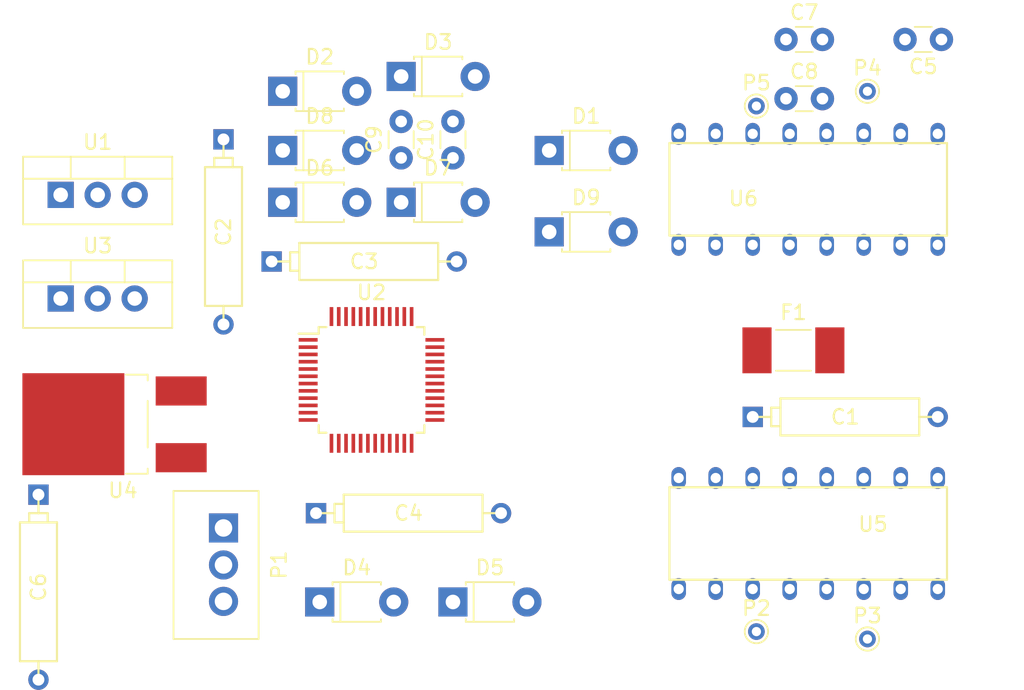
<source format=kicad_pcb>
(kicad_pcb (version 4) (host pcbnew 4.0.5)

  (general
    (links 71)
    (no_connects 71)
    (area 30.379999 57.109 100.684001 104.7845)
    (thickness 1.6)
    (drawings 4)
    (tracks 0)
    (zones 0)
    (modules 31)
    (nets 60)
  )

  (page A4)
  (layers
    (0 F.Cu signal)
    (31 B.Cu signal)
    (32 B.Adhes user)
    (33 F.Adhes user)
    (34 B.Paste user)
    (35 F.Paste user)
    (36 B.SilkS user)
    (37 F.SilkS user)
    (38 B.Mask user)
    (39 F.Mask user)
    (40 Dwgs.User user)
    (41 Cmts.User user)
    (42 Eco1.User user)
    (43 Eco2.User user)
    (44 Edge.Cuts user)
    (45 Margin user)
    (46 B.CrtYd user)
    (47 F.CrtYd user)
    (48 B.Fab user)
    (49 F.Fab user)
  )

  (setup
    (last_trace_width 0.25)
    (trace_clearance 0.2)
    (zone_clearance 0.508)
    (zone_45_only no)
    (trace_min 0.2)
    (segment_width 0.2)
    (edge_width 0.15)
    (via_size 0.6)
    (via_drill 0.4)
    (via_min_size 0.4)
    (via_min_drill 0.3)
    (uvia_size 0.3)
    (uvia_drill 0.1)
    (uvias_allowed no)
    (uvia_min_size 0.2)
    (uvia_min_drill 0.1)
    (pcb_text_width 0.3)
    (pcb_text_size 1.5 1.5)
    (mod_edge_width 0.15)
    (mod_text_size 1 1)
    (mod_text_width 0.15)
    (pad_size 1.524 1.524)
    (pad_drill 0.762)
    (pad_to_mask_clearance 0.2)
    (aux_axis_origin 0 0)
    (visible_elements FFFFFF7F)
    (pcbplotparams
      (layerselection 0x00030_80000001)
      (usegerberextensions false)
      (excludeedgelayer true)
      (linewidth 0.100000)
      (plotframeref false)
      (viasonmask false)
      (mode 1)
      (useauxorigin false)
      (hpglpennumber 1)
      (hpglpenspeed 20)
      (hpglpendiameter 15)
      (hpglpenoverlay 2)
      (psnegative false)
      (psa4output false)
      (plotreference true)
      (plotvalue true)
      (plotinvisibletext false)
      (padsonsilk false)
      (subtractmaskfromsilk false)
      (outputformat 1)
      (mirror false)
      (drillshape 1)
      (scaleselection 1)
      (outputdirectory ""))
  )

  (net 0 "")
  (net 1 "Net-(C1-Pad1)")
  (net 2 GND)
  (net 3 /12V)
  (net 4 /5V)
  (net 5 /3.3V)
  (net 6 "Net-(D2-Pad2)")
  (net 7 "Net-(D4-Pad2)")
  (net 8 "Net-(D6-Pad2)")
  (net 9 "Net-(D8-Pad2)")
  (net 10 +24V)
  (net 11 "Net-(P1-Pad2)")
  (net 12 "Net-(P1-Pad3)")
  (net 13 "Net-(U2-Pad2)")
  (net 14 "Net-(U2-Pad3)")
  (net 15 "Net-(U2-Pad4)")
  (net 16 "Net-(U2-Pad5)")
  (net 17 "Net-(U2-Pad6)")
  (net 18 "Net-(U2-Pad7)")
  (net 19 "Net-(U2-Pad10)")
  (net 20 "Net-(U2-Pad11)")
  (net 21 "Net-(U2-Pad14)")
  (net 22 "Net-(U2-Pad15)")
  (net 23 "Net-(U2-Pad16)")
  (net 24 "Net-(U2-Pad17)")
  (net 25 "Net-(U2-Pad18)")
  (net 26 "Net-(U2-Pad19)")
  (net 27 "Net-(U2-Pad20)")
  (net 28 "Net-(U2-Pad21)")
  (net 29 "Net-(U2-Pad22)")
  (net 30 "Net-(U2-Pad25)")
  (net 31 "Net-(U2-Pad26)")
  (net 32 "Net-(U2-Pad27)")
  (net 33 "Net-(U2-Pad28)")
  (net 34 "Net-(U2-Pad29)")
  (net 35 "Net-(U2-Pad30)")
  (net 36 "Net-(U2-Pad31)")
  (net 37 "Net-(U2-Pad32)")
  (net 38 "Net-(U2-Pad33)")
  (net 39 "Net-(U2-Pad34)")
  (net 40 "Net-(U2-Pad35)")
  (net 41 "Net-(U2-Pad36)")
  (net 42 "Net-(U2-Pad37)")
  (net 43 "Net-(U2-Pad38)")
  (net 44 "Net-(U2-Pad39)")
  (net 45 "Net-(U2-Pad40)")
  (net 46 "Net-(U2-Pad41)")
  (net 47 "Net-(U2-Pad42)")
  (net 48 "Net-(U2-Pad43)")
  (net 49 "Net-(U2-Pad44)")
  (net 50 "Net-(U2-Pad45)")
  (net 51 "Net-(U2-Pad46)")
  (net 52 "Net-(U5-Pad10)")
  (net 53 "Net-(U5-Pad11)")
  (net 54 "Net-(U5-Pad14)")
  (net 55 "Net-(U5-Pad15)")
  (net 56 "Net-(U6-Pad10)")
  (net 57 "Net-(U6-Pad11)")
  (net 58 "Net-(U6-Pad14)")
  (net 59 "Net-(U6-Pad15)")

  (net_class Default "To jest domyślna klasa połączeń."
    (clearance 0.2)
    (trace_width 0.25)
    (via_dia 0.6)
    (via_drill 0.4)
    (uvia_dia 0.3)
    (uvia_drill 0.1)
    (add_net +24V)
    (add_net /12V)
    (add_net /3.3V)
    (add_net /5V)
    (add_net GND)
    (add_net "Net-(C1-Pad1)")
    (add_net "Net-(D2-Pad2)")
    (add_net "Net-(D4-Pad2)")
    (add_net "Net-(D6-Pad2)")
    (add_net "Net-(D8-Pad2)")
    (add_net "Net-(P1-Pad2)")
    (add_net "Net-(P1-Pad3)")
    (add_net "Net-(U2-Pad10)")
    (add_net "Net-(U2-Pad11)")
    (add_net "Net-(U2-Pad14)")
    (add_net "Net-(U2-Pad15)")
    (add_net "Net-(U2-Pad16)")
    (add_net "Net-(U2-Pad17)")
    (add_net "Net-(U2-Pad18)")
    (add_net "Net-(U2-Pad19)")
    (add_net "Net-(U2-Pad2)")
    (add_net "Net-(U2-Pad20)")
    (add_net "Net-(U2-Pad21)")
    (add_net "Net-(U2-Pad22)")
    (add_net "Net-(U2-Pad25)")
    (add_net "Net-(U2-Pad26)")
    (add_net "Net-(U2-Pad27)")
    (add_net "Net-(U2-Pad28)")
    (add_net "Net-(U2-Pad29)")
    (add_net "Net-(U2-Pad3)")
    (add_net "Net-(U2-Pad30)")
    (add_net "Net-(U2-Pad31)")
    (add_net "Net-(U2-Pad32)")
    (add_net "Net-(U2-Pad33)")
    (add_net "Net-(U2-Pad34)")
    (add_net "Net-(U2-Pad35)")
    (add_net "Net-(U2-Pad36)")
    (add_net "Net-(U2-Pad37)")
    (add_net "Net-(U2-Pad38)")
    (add_net "Net-(U2-Pad39)")
    (add_net "Net-(U2-Pad4)")
    (add_net "Net-(U2-Pad40)")
    (add_net "Net-(U2-Pad41)")
    (add_net "Net-(U2-Pad42)")
    (add_net "Net-(U2-Pad43)")
    (add_net "Net-(U2-Pad44)")
    (add_net "Net-(U2-Pad45)")
    (add_net "Net-(U2-Pad46)")
    (add_net "Net-(U2-Pad5)")
    (add_net "Net-(U2-Pad6)")
    (add_net "Net-(U2-Pad7)")
    (add_net "Net-(U5-Pad10)")
    (add_net "Net-(U5-Pad11)")
    (add_net "Net-(U5-Pad14)")
    (add_net "Net-(U5-Pad15)")
    (add_net "Net-(U6-Pad10)")
    (add_net "Net-(U6-Pad11)")
    (add_net "Net-(U6-Pad14)")
    (add_net "Net-(U6-Pad15)")
  )

  (module Discret:CP5 (layer F.Cu) (tedit 0) (tstamp 58B731E1)
    (at 88.392 85.852)
    (descr "Condensateur polarise")
    (tags CP)
    (path /58B336BB)
    (fp_text reference C1 (at 0 0) (layer F.SilkS)
      (effects (font (size 1 1) (thickness 0.15)))
    )
    (fp_text value 0.33u (at 0 0) (layer F.Fab)
      (effects (font (size 1 1) (thickness 0.15)))
    )
    (fp_line (start -4.445 -1.27) (end -4.445 -1.27) (layer F.SilkS) (width 0.15))
    (fp_line (start -4.445 -1.27) (end -4.445 -1.27) (layer F.SilkS) (width 0.15))
    (fp_line (start -4.445 -1.27) (end -4.445 -1.27) (layer F.SilkS) (width 0.15))
    (fp_line (start -4.445 -1.27) (end 5.08 -1.27) (layer F.SilkS) (width 0.15))
    (fp_line (start 5.08 -1.27) (end 5.08 1.27) (layer F.SilkS) (width 0.15))
    (fp_line (start 5.08 1.27) (end -4.445 1.27) (layer F.SilkS) (width 0.15))
    (fp_line (start -4.445 1.27) (end -4.445 -1.27) (layer F.SilkS) (width 0.15))
    (fp_line (start -4.445 -0.635) (end -4.445 -0.635) (layer F.SilkS) (width 0.15))
    (fp_line (start -4.445 -0.635) (end -5.08 -0.635) (layer F.SilkS) (width 0.15))
    (fp_line (start -5.08 -0.635) (end -5.08 0.635) (layer F.SilkS) (width 0.15))
    (fp_line (start -5.08 0.635) (end -4.445 0.635) (layer F.SilkS) (width 0.15))
    (fp_line (start -6.35 0) (end -6.35 0) (layer F.SilkS) (width 0.15))
    (fp_line (start -6.35 0) (end -5.08 0) (layer F.SilkS) (width 0.15))
    (fp_line (start -5.08 0) (end -5.08 0) (layer F.SilkS) (width 0.15))
    (fp_line (start -5.08 0) (end -5.08 0) (layer F.SilkS) (width 0.15))
    (fp_line (start 5.08 0) (end 5.08 0) (layer F.SilkS) (width 0.15))
    (fp_line (start 5.08 0) (end 5.08 0) (layer F.SilkS) (width 0.15))
    (fp_line (start 5.08 0) (end 6.35 0) (layer F.SilkS) (width 0.15))
    (fp_line (start 6.35 0) (end 6.35 0) (layer F.SilkS) (width 0.15))
    (fp_line (start 6.35 0) (end 6.35 0) (layer F.SilkS) (width 0.15))
    (fp_line (start 6.35 0) (end 6.35 0) (layer F.SilkS) (width 0.15))
    (pad 1 thru_hole rect (at -6.35 0) (size 1.397 1.397) (drill 0.8128) (layers *.Cu *.Mask)
      (net 1 "Net-(C1-Pad1)"))
    (pad 2 thru_hole circle (at 6.35 0) (size 1.397 1.397) (drill 0.8128) (layers *.Cu *.Mask)
      (net 2 GND))
    (model Discret.3dshapes/CP5.wrl
      (at (xyz 0 0 0))
      (scale (xyz 0.5 0.5 0.5))
      (rotate (xyz 0 0 0))
    )
  )

  (module Discret:CP5 (layer F.Cu) (tedit 0) (tstamp 58B731E7)
    (at 45.72 73.152 270)
    (descr "Condensateur polarise")
    (tags CP)
    (path /58B336C1)
    (fp_text reference C2 (at 0 0 270) (layer F.SilkS)
      (effects (font (size 1 1) (thickness 0.15)))
    )
    (fp_text value 0.1u (at 0 0 270) (layer F.Fab)
      (effects (font (size 1 1) (thickness 0.15)))
    )
    (fp_line (start -4.445 -1.27) (end -4.445 -1.27) (layer F.SilkS) (width 0.15))
    (fp_line (start -4.445 -1.27) (end -4.445 -1.27) (layer F.SilkS) (width 0.15))
    (fp_line (start -4.445 -1.27) (end -4.445 -1.27) (layer F.SilkS) (width 0.15))
    (fp_line (start -4.445 -1.27) (end 5.08 -1.27) (layer F.SilkS) (width 0.15))
    (fp_line (start 5.08 -1.27) (end 5.08 1.27) (layer F.SilkS) (width 0.15))
    (fp_line (start 5.08 1.27) (end -4.445 1.27) (layer F.SilkS) (width 0.15))
    (fp_line (start -4.445 1.27) (end -4.445 -1.27) (layer F.SilkS) (width 0.15))
    (fp_line (start -4.445 -0.635) (end -4.445 -0.635) (layer F.SilkS) (width 0.15))
    (fp_line (start -4.445 -0.635) (end -5.08 -0.635) (layer F.SilkS) (width 0.15))
    (fp_line (start -5.08 -0.635) (end -5.08 0.635) (layer F.SilkS) (width 0.15))
    (fp_line (start -5.08 0.635) (end -4.445 0.635) (layer F.SilkS) (width 0.15))
    (fp_line (start -6.35 0) (end -6.35 0) (layer F.SilkS) (width 0.15))
    (fp_line (start -6.35 0) (end -5.08 0) (layer F.SilkS) (width 0.15))
    (fp_line (start -5.08 0) (end -5.08 0) (layer F.SilkS) (width 0.15))
    (fp_line (start -5.08 0) (end -5.08 0) (layer F.SilkS) (width 0.15))
    (fp_line (start 5.08 0) (end 5.08 0) (layer F.SilkS) (width 0.15))
    (fp_line (start 5.08 0) (end 5.08 0) (layer F.SilkS) (width 0.15))
    (fp_line (start 5.08 0) (end 6.35 0) (layer F.SilkS) (width 0.15))
    (fp_line (start 6.35 0) (end 6.35 0) (layer F.SilkS) (width 0.15))
    (fp_line (start 6.35 0) (end 6.35 0) (layer F.SilkS) (width 0.15))
    (fp_line (start 6.35 0) (end 6.35 0) (layer F.SilkS) (width 0.15))
    (pad 1 thru_hole rect (at -6.35 0 270) (size 1.397 1.397) (drill 0.8128) (layers *.Cu *.Mask)
      (net 3 /12V))
    (pad 2 thru_hole circle (at 6.35 0 270) (size 1.397 1.397) (drill 0.8128) (layers *.Cu *.Mask)
      (net 2 GND))
    (model Discret.3dshapes/CP5.wrl
      (at (xyz 0 0 0))
      (scale (xyz 0.5 0.5 0.5))
      (rotate (xyz 0 0 0))
    )
  )

  (module Discret:CP5 (layer F.Cu) (tedit 0) (tstamp 58B731ED)
    (at 55.372 75.184)
    (descr "Condensateur polarise")
    (tags CP)
    (path /58B329AE)
    (fp_text reference C3 (at 0 0) (layer F.SilkS)
      (effects (font (size 1 1) (thickness 0.15)))
    )
    (fp_text value 0.33u (at 0 0) (layer F.Fab)
      (effects (font (size 1 1) (thickness 0.15)))
    )
    (fp_line (start -4.445 -1.27) (end -4.445 -1.27) (layer F.SilkS) (width 0.15))
    (fp_line (start -4.445 -1.27) (end -4.445 -1.27) (layer F.SilkS) (width 0.15))
    (fp_line (start -4.445 -1.27) (end -4.445 -1.27) (layer F.SilkS) (width 0.15))
    (fp_line (start -4.445 -1.27) (end 5.08 -1.27) (layer F.SilkS) (width 0.15))
    (fp_line (start 5.08 -1.27) (end 5.08 1.27) (layer F.SilkS) (width 0.15))
    (fp_line (start 5.08 1.27) (end -4.445 1.27) (layer F.SilkS) (width 0.15))
    (fp_line (start -4.445 1.27) (end -4.445 -1.27) (layer F.SilkS) (width 0.15))
    (fp_line (start -4.445 -0.635) (end -4.445 -0.635) (layer F.SilkS) (width 0.15))
    (fp_line (start -4.445 -0.635) (end -5.08 -0.635) (layer F.SilkS) (width 0.15))
    (fp_line (start -5.08 -0.635) (end -5.08 0.635) (layer F.SilkS) (width 0.15))
    (fp_line (start -5.08 0.635) (end -4.445 0.635) (layer F.SilkS) (width 0.15))
    (fp_line (start -6.35 0) (end -6.35 0) (layer F.SilkS) (width 0.15))
    (fp_line (start -6.35 0) (end -5.08 0) (layer F.SilkS) (width 0.15))
    (fp_line (start -5.08 0) (end -5.08 0) (layer F.SilkS) (width 0.15))
    (fp_line (start -5.08 0) (end -5.08 0) (layer F.SilkS) (width 0.15))
    (fp_line (start 5.08 0) (end 5.08 0) (layer F.SilkS) (width 0.15))
    (fp_line (start 5.08 0) (end 5.08 0) (layer F.SilkS) (width 0.15))
    (fp_line (start 5.08 0) (end 6.35 0) (layer F.SilkS) (width 0.15))
    (fp_line (start 6.35 0) (end 6.35 0) (layer F.SilkS) (width 0.15))
    (fp_line (start 6.35 0) (end 6.35 0) (layer F.SilkS) (width 0.15))
    (fp_line (start 6.35 0) (end 6.35 0) (layer F.SilkS) (width 0.15))
    (pad 1 thru_hole rect (at -6.35 0) (size 1.397 1.397) (drill 0.8128) (layers *.Cu *.Mask)
      (net 3 /12V))
    (pad 2 thru_hole circle (at 6.35 0) (size 1.397 1.397) (drill 0.8128) (layers *.Cu *.Mask)
      (net 2 GND))
    (model Discret.3dshapes/CP5.wrl
      (at (xyz 0 0 0))
      (scale (xyz 0.5 0.5 0.5))
      (rotate (xyz 0 0 0))
    )
  )

  (module Discret:CP5 (layer F.Cu) (tedit 0) (tstamp 58B731F3)
    (at 58.42 92.456)
    (descr "Condensateur polarise")
    (tags CP)
    (path /58B329DA)
    (fp_text reference C4 (at 0 0) (layer F.SilkS)
      (effects (font (size 1 1) (thickness 0.15)))
    )
    (fp_text value 0.1u (at 0 0) (layer F.Fab)
      (effects (font (size 1 1) (thickness 0.15)))
    )
    (fp_line (start -4.445 -1.27) (end -4.445 -1.27) (layer F.SilkS) (width 0.15))
    (fp_line (start -4.445 -1.27) (end -4.445 -1.27) (layer F.SilkS) (width 0.15))
    (fp_line (start -4.445 -1.27) (end -4.445 -1.27) (layer F.SilkS) (width 0.15))
    (fp_line (start -4.445 -1.27) (end 5.08 -1.27) (layer F.SilkS) (width 0.15))
    (fp_line (start 5.08 -1.27) (end 5.08 1.27) (layer F.SilkS) (width 0.15))
    (fp_line (start 5.08 1.27) (end -4.445 1.27) (layer F.SilkS) (width 0.15))
    (fp_line (start -4.445 1.27) (end -4.445 -1.27) (layer F.SilkS) (width 0.15))
    (fp_line (start -4.445 -0.635) (end -4.445 -0.635) (layer F.SilkS) (width 0.15))
    (fp_line (start -4.445 -0.635) (end -5.08 -0.635) (layer F.SilkS) (width 0.15))
    (fp_line (start -5.08 -0.635) (end -5.08 0.635) (layer F.SilkS) (width 0.15))
    (fp_line (start -5.08 0.635) (end -4.445 0.635) (layer F.SilkS) (width 0.15))
    (fp_line (start -6.35 0) (end -6.35 0) (layer F.SilkS) (width 0.15))
    (fp_line (start -6.35 0) (end -5.08 0) (layer F.SilkS) (width 0.15))
    (fp_line (start -5.08 0) (end -5.08 0) (layer F.SilkS) (width 0.15))
    (fp_line (start -5.08 0) (end -5.08 0) (layer F.SilkS) (width 0.15))
    (fp_line (start 5.08 0) (end 5.08 0) (layer F.SilkS) (width 0.15))
    (fp_line (start 5.08 0) (end 5.08 0) (layer F.SilkS) (width 0.15))
    (fp_line (start 5.08 0) (end 6.35 0) (layer F.SilkS) (width 0.15))
    (fp_line (start 6.35 0) (end 6.35 0) (layer F.SilkS) (width 0.15))
    (fp_line (start 6.35 0) (end 6.35 0) (layer F.SilkS) (width 0.15))
    (fp_line (start 6.35 0) (end 6.35 0) (layer F.SilkS) (width 0.15))
    (pad 1 thru_hole rect (at -6.35 0) (size 1.397 1.397) (drill 0.8128) (layers *.Cu *.Mask)
      (net 4 /5V))
    (pad 2 thru_hole circle (at 6.35 0) (size 1.397 1.397) (drill 0.8128) (layers *.Cu *.Mask)
      (net 2 GND))
    (model Discret.3dshapes/CP5.wrl
      (at (xyz 0 0 0))
      (scale (xyz 0.5 0.5 0.5))
      (rotate (xyz 0 0 0))
    )
  )

  (module Capacitors_THT:C_Disc_D3.0mm_W1.6mm_P2.50mm (layer F.Cu) (tedit 58765D06) (tstamp 58B731F9)
    (at 94.996 59.944 180)
    (descr "C, Disc series, Radial, pin pitch=2.50mm, , diameter*width=3.0*1.6mm^2, Capacitor, http://www.vishay.com/docs/45233/krseries.pdf")
    (tags "C Disc series Radial pin pitch 2.50mm  diameter 3.0mm width 1.6mm Capacitor")
    (path /58B328B8)
    (fp_text reference C5 (at 1.25 -1.86 180) (layer F.SilkS)
      (effects (font (size 1 1) (thickness 0.15)))
    )
    (fp_text value 0.1u (at 1.25 1.86 180) (layer F.Fab)
      (effects (font (size 1 1) (thickness 0.15)))
    )
    (fp_line (start -0.25 -0.8) (end -0.25 0.8) (layer F.Fab) (width 0.1))
    (fp_line (start -0.25 0.8) (end 2.75 0.8) (layer F.Fab) (width 0.1))
    (fp_line (start 2.75 0.8) (end 2.75 -0.8) (layer F.Fab) (width 0.1))
    (fp_line (start 2.75 -0.8) (end -0.25 -0.8) (layer F.Fab) (width 0.1))
    (fp_line (start 0.663 -0.861) (end 1.837 -0.861) (layer F.SilkS) (width 0.12))
    (fp_line (start 0.663 0.861) (end 1.837 0.861) (layer F.SilkS) (width 0.12))
    (fp_line (start -1.05 -1.15) (end -1.05 1.15) (layer F.CrtYd) (width 0.05))
    (fp_line (start -1.05 1.15) (end 3.55 1.15) (layer F.CrtYd) (width 0.05))
    (fp_line (start 3.55 1.15) (end 3.55 -1.15) (layer F.CrtYd) (width 0.05))
    (fp_line (start 3.55 -1.15) (end -1.05 -1.15) (layer F.CrtYd) (width 0.05))
    (pad 1 thru_hole circle (at 0 0 180) (size 1.6 1.6) (drill 0.8) (layers *.Cu *.Mask)
      (net 4 /5V))
    (pad 2 thru_hole circle (at 2.5 0 180) (size 1.6 1.6) (drill 0.8) (layers *.Cu *.Mask)
      (net 2 GND))
    (model Capacitors_THT.3dshapes/C_Disc_D3.0mm_W1.6mm_P2.50mm.wrl
      (at (xyz 0 0 0))
      (scale (xyz 0.393701 0.393701 0.393701))
      (rotate (xyz 0 0 0))
    )
  )

  (module Discret:CP5 (layer F.Cu) (tedit 0) (tstamp 58B731FF)
    (at 33.02 97.536 270)
    (descr "Condensateur polarise")
    (tags CP)
    (path /58B328D9)
    (fp_text reference C6 (at 0 0 270) (layer F.SilkS)
      (effects (font (size 1 1) (thickness 0.15)))
    )
    (fp_text value 2.2u (at 0 0 270) (layer F.Fab)
      (effects (font (size 1 1) (thickness 0.15)))
    )
    (fp_line (start -4.445 -1.27) (end -4.445 -1.27) (layer F.SilkS) (width 0.15))
    (fp_line (start -4.445 -1.27) (end -4.445 -1.27) (layer F.SilkS) (width 0.15))
    (fp_line (start -4.445 -1.27) (end -4.445 -1.27) (layer F.SilkS) (width 0.15))
    (fp_line (start -4.445 -1.27) (end 5.08 -1.27) (layer F.SilkS) (width 0.15))
    (fp_line (start 5.08 -1.27) (end 5.08 1.27) (layer F.SilkS) (width 0.15))
    (fp_line (start 5.08 1.27) (end -4.445 1.27) (layer F.SilkS) (width 0.15))
    (fp_line (start -4.445 1.27) (end -4.445 -1.27) (layer F.SilkS) (width 0.15))
    (fp_line (start -4.445 -0.635) (end -4.445 -0.635) (layer F.SilkS) (width 0.15))
    (fp_line (start -4.445 -0.635) (end -5.08 -0.635) (layer F.SilkS) (width 0.15))
    (fp_line (start -5.08 -0.635) (end -5.08 0.635) (layer F.SilkS) (width 0.15))
    (fp_line (start -5.08 0.635) (end -4.445 0.635) (layer F.SilkS) (width 0.15))
    (fp_line (start -6.35 0) (end -6.35 0) (layer F.SilkS) (width 0.15))
    (fp_line (start -6.35 0) (end -5.08 0) (layer F.SilkS) (width 0.15))
    (fp_line (start -5.08 0) (end -5.08 0) (layer F.SilkS) (width 0.15))
    (fp_line (start -5.08 0) (end -5.08 0) (layer F.SilkS) (width 0.15))
    (fp_line (start 5.08 0) (end 5.08 0) (layer F.SilkS) (width 0.15))
    (fp_line (start 5.08 0) (end 5.08 0) (layer F.SilkS) (width 0.15))
    (fp_line (start 5.08 0) (end 6.35 0) (layer F.SilkS) (width 0.15))
    (fp_line (start 6.35 0) (end 6.35 0) (layer F.SilkS) (width 0.15))
    (fp_line (start 6.35 0) (end 6.35 0) (layer F.SilkS) (width 0.15))
    (fp_line (start 6.35 0) (end 6.35 0) (layer F.SilkS) (width 0.15))
    (pad 1 thru_hole rect (at -6.35 0 270) (size 1.397 1.397) (drill 0.8128) (layers *.Cu *.Mask)
      (net 5 /3.3V))
    (pad 2 thru_hole circle (at 6.35 0 270) (size 1.397 1.397) (drill 0.8128) (layers *.Cu *.Mask)
      (net 2 GND))
    (model Discret.3dshapes/CP5.wrl
      (at (xyz 0 0 0))
      (scale (xyz 0.5 0.5 0.5))
      (rotate (xyz 0 0 0))
    )
  )

  (module Capacitors_THT:C_Disc_D3.0mm_W1.6mm_P2.50mm (layer F.Cu) (tedit 58765D06) (tstamp 58B73205)
    (at 84.328 59.944)
    (descr "C, Disc series, Radial, pin pitch=2.50mm, , diameter*width=3.0*1.6mm^2, Capacitor, http://www.vishay.com/docs/45233/krseries.pdf")
    (tags "C Disc series Radial pin pitch 2.50mm  diameter 3.0mm width 1.6mm Capacitor")
    (path /58B6BBED)
    (fp_text reference C7 (at 1.25 -1.86) (layer F.SilkS)
      (effects (font (size 1 1) (thickness 0.15)))
    )
    (fp_text value 100n (at 1.25 1.86) (layer F.Fab)
      (effects (font (size 1 1) (thickness 0.15)))
    )
    (fp_line (start -0.25 -0.8) (end -0.25 0.8) (layer F.Fab) (width 0.1))
    (fp_line (start -0.25 0.8) (end 2.75 0.8) (layer F.Fab) (width 0.1))
    (fp_line (start 2.75 0.8) (end 2.75 -0.8) (layer F.Fab) (width 0.1))
    (fp_line (start 2.75 -0.8) (end -0.25 -0.8) (layer F.Fab) (width 0.1))
    (fp_line (start 0.663 -0.861) (end 1.837 -0.861) (layer F.SilkS) (width 0.12))
    (fp_line (start 0.663 0.861) (end 1.837 0.861) (layer F.SilkS) (width 0.12))
    (fp_line (start -1.05 -1.15) (end -1.05 1.15) (layer F.CrtYd) (width 0.05))
    (fp_line (start -1.05 1.15) (end 3.55 1.15) (layer F.CrtYd) (width 0.05))
    (fp_line (start 3.55 1.15) (end 3.55 -1.15) (layer F.CrtYd) (width 0.05))
    (fp_line (start 3.55 -1.15) (end -1.05 -1.15) (layer F.CrtYd) (width 0.05))
    (pad 1 thru_hole circle (at 0 0) (size 1.6 1.6) (drill 0.8) (layers *.Cu *.Mask)
      (net 3 /12V))
    (pad 2 thru_hole circle (at 2.5 0) (size 1.6 1.6) (drill 0.8) (layers *.Cu *.Mask)
      (net 2 GND))
    (model Capacitors_THT.3dshapes/C_Disc_D3.0mm_W1.6mm_P2.50mm.wrl
      (at (xyz 0 0 0))
      (scale (xyz 0.393701 0.393701 0.393701))
      (rotate (xyz 0 0 0))
    )
  )

  (module Capacitors_THT:C_Disc_D3.0mm_W1.6mm_P2.50mm (layer F.Cu) (tedit 58765D06) (tstamp 58B7320B)
    (at 84.328 64.008)
    (descr "C, Disc series, Radial, pin pitch=2.50mm, , diameter*width=3.0*1.6mm^2, Capacitor, http://www.vishay.com/docs/45233/krseries.pdf")
    (tags "C Disc series Radial pin pitch 2.50mm  diameter 3.0mm width 1.6mm Capacitor")
    (path /58B759FC)
    (fp_text reference C8 (at 1.25 -1.86) (layer F.SilkS)
      (effects (font (size 1 1) (thickness 0.15)))
    )
    (fp_text value 100n (at 1.25 1.86) (layer F.Fab)
      (effects (font (size 1 1) (thickness 0.15)))
    )
    (fp_line (start -0.25 -0.8) (end -0.25 0.8) (layer F.Fab) (width 0.1))
    (fp_line (start -0.25 0.8) (end 2.75 0.8) (layer F.Fab) (width 0.1))
    (fp_line (start 2.75 0.8) (end 2.75 -0.8) (layer F.Fab) (width 0.1))
    (fp_line (start 2.75 -0.8) (end -0.25 -0.8) (layer F.Fab) (width 0.1))
    (fp_line (start 0.663 -0.861) (end 1.837 -0.861) (layer F.SilkS) (width 0.12))
    (fp_line (start 0.663 0.861) (end 1.837 0.861) (layer F.SilkS) (width 0.12))
    (fp_line (start -1.05 -1.15) (end -1.05 1.15) (layer F.CrtYd) (width 0.05))
    (fp_line (start -1.05 1.15) (end 3.55 1.15) (layer F.CrtYd) (width 0.05))
    (fp_line (start 3.55 1.15) (end 3.55 -1.15) (layer F.CrtYd) (width 0.05))
    (fp_line (start 3.55 -1.15) (end -1.05 -1.15) (layer F.CrtYd) (width 0.05))
    (pad 1 thru_hole circle (at 0 0) (size 1.6 1.6) (drill 0.8) (layers *.Cu *.Mask)
      (net 3 /12V))
    (pad 2 thru_hole circle (at 2.5 0) (size 1.6 1.6) (drill 0.8) (layers *.Cu *.Mask)
      (net 2 GND))
    (model Capacitors_THT.3dshapes/C_Disc_D3.0mm_W1.6mm_P2.50mm.wrl
      (at (xyz 0 0 0))
      (scale (xyz 0.393701 0.393701 0.393701))
      (rotate (xyz 0 0 0))
    )
  )

  (module Capacitors_THT:C_Disc_D3.0mm_W1.6mm_P2.50mm (layer F.Cu) (tedit 58765D06) (tstamp 58B73211)
    (at 57.912 68.072 90)
    (descr "C, Disc series, Radial, pin pitch=2.50mm, , diameter*width=3.0*1.6mm^2, Capacitor, http://www.vishay.com/docs/45233/krseries.pdf")
    (tags "C Disc series Radial pin pitch 2.50mm  diameter 3.0mm width 1.6mm Capacitor")
    (path /58B6BCF6)
    (fp_text reference C9 (at 1.25 -1.86 90) (layer F.SilkS)
      (effects (font (size 1 1) (thickness 0.15)))
    )
    (fp_text value 100n (at 1.25 1.86 90) (layer F.Fab)
      (effects (font (size 1 1) (thickness 0.15)))
    )
    (fp_line (start -0.25 -0.8) (end -0.25 0.8) (layer F.Fab) (width 0.1))
    (fp_line (start -0.25 0.8) (end 2.75 0.8) (layer F.Fab) (width 0.1))
    (fp_line (start 2.75 0.8) (end 2.75 -0.8) (layer F.Fab) (width 0.1))
    (fp_line (start 2.75 -0.8) (end -0.25 -0.8) (layer F.Fab) (width 0.1))
    (fp_line (start 0.663 -0.861) (end 1.837 -0.861) (layer F.SilkS) (width 0.12))
    (fp_line (start 0.663 0.861) (end 1.837 0.861) (layer F.SilkS) (width 0.12))
    (fp_line (start -1.05 -1.15) (end -1.05 1.15) (layer F.CrtYd) (width 0.05))
    (fp_line (start -1.05 1.15) (end 3.55 1.15) (layer F.CrtYd) (width 0.05))
    (fp_line (start 3.55 1.15) (end 3.55 -1.15) (layer F.CrtYd) (width 0.05))
    (fp_line (start 3.55 -1.15) (end -1.05 -1.15) (layer F.CrtYd) (width 0.05))
    (pad 1 thru_hole circle (at 0 0 90) (size 1.6 1.6) (drill 0.8) (layers *.Cu *.Mask)
      (net 4 /5V))
    (pad 2 thru_hole circle (at 2.5 0 90) (size 1.6 1.6) (drill 0.8) (layers *.Cu *.Mask)
      (net 2 GND))
    (model Capacitors_THT.3dshapes/C_Disc_D3.0mm_W1.6mm_P2.50mm.wrl
      (at (xyz 0 0 0))
      (scale (xyz 0.393701 0.393701 0.393701))
      (rotate (xyz 0 0 0))
    )
  )

  (module Capacitors_THT:C_Disc_D3.0mm_W1.6mm_P2.50mm (layer F.Cu) (tedit 58765D06) (tstamp 58B73217)
    (at 61.468 68.072 90)
    (descr "C, Disc series, Radial, pin pitch=2.50mm, , diameter*width=3.0*1.6mm^2, Capacitor, http://www.vishay.com/docs/45233/krseries.pdf")
    (tags "C Disc series Radial pin pitch 2.50mm  diameter 3.0mm width 1.6mm Capacitor")
    (path /58B75A02)
    (fp_text reference C10 (at 1.25 -1.86 90) (layer F.SilkS)
      (effects (font (size 1 1) (thickness 0.15)))
    )
    (fp_text value 100n (at 1.25 1.86 90) (layer F.Fab)
      (effects (font (size 1 1) (thickness 0.15)))
    )
    (fp_line (start -0.25 -0.8) (end -0.25 0.8) (layer F.Fab) (width 0.1))
    (fp_line (start -0.25 0.8) (end 2.75 0.8) (layer F.Fab) (width 0.1))
    (fp_line (start 2.75 0.8) (end 2.75 -0.8) (layer F.Fab) (width 0.1))
    (fp_line (start 2.75 -0.8) (end -0.25 -0.8) (layer F.Fab) (width 0.1))
    (fp_line (start 0.663 -0.861) (end 1.837 -0.861) (layer F.SilkS) (width 0.12))
    (fp_line (start 0.663 0.861) (end 1.837 0.861) (layer F.SilkS) (width 0.12))
    (fp_line (start -1.05 -1.15) (end -1.05 1.15) (layer F.CrtYd) (width 0.05))
    (fp_line (start -1.05 1.15) (end 3.55 1.15) (layer F.CrtYd) (width 0.05))
    (fp_line (start 3.55 1.15) (end 3.55 -1.15) (layer F.CrtYd) (width 0.05))
    (fp_line (start 3.55 -1.15) (end -1.05 -1.15) (layer F.CrtYd) (width 0.05))
    (pad 1 thru_hole circle (at 0 0 90) (size 1.6 1.6) (drill 0.8) (layers *.Cu *.Mask)
      (net 4 /5V))
    (pad 2 thru_hole circle (at 2.5 0 90) (size 1.6 1.6) (drill 0.8) (layers *.Cu *.Mask)
      (net 2 GND))
    (model Capacitors_THT.3dshapes/C_Disc_D3.0mm_W1.6mm_P2.50mm.wrl
      (at (xyz 0 0 0))
      (scale (xyz 0.393701 0.393701 0.393701))
      (rotate (xyz 0 0 0))
    )
  )

  (module Diodes_THT:D_T-1_P5.08mm_Horizontal (layer F.Cu) (tedit 5877C982) (tstamp 58B7321D)
    (at 68.072 67.564)
    (descr "D, T-1 series, Axial, Horizontal, pin pitch=5.08mm, , length*diameter=3.2*2.6mm^2, , http://www.diodes.com/_files/packages/T-1.pdf")
    (tags "D T-1 series Axial Horizontal pin pitch 5.08mm  length 3.2mm diameter 2.6mm")
    (path /58B6B60D)
    (fp_text reference D1 (at 2.54 -2.36) (layer F.SilkS)
      (effects (font (size 1 1) (thickness 0.15)))
    )
    (fp_text value D_Zener (at 2.54 2.36) (layer F.Fab)
      (effects (font (size 1 1) (thickness 0.15)))
    )
    (fp_line (start 0.94 -1.3) (end 0.94 1.3) (layer F.Fab) (width 0.1))
    (fp_line (start 0.94 1.3) (end 4.14 1.3) (layer F.Fab) (width 0.1))
    (fp_line (start 4.14 1.3) (end 4.14 -1.3) (layer F.Fab) (width 0.1))
    (fp_line (start 4.14 -1.3) (end 0.94 -1.3) (layer F.Fab) (width 0.1))
    (fp_line (start 0 0) (end 0.94 0) (layer F.Fab) (width 0.1))
    (fp_line (start 5.08 0) (end 4.14 0) (layer F.Fab) (width 0.1))
    (fp_line (start 1.42 -1.3) (end 1.42 1.3) (layer F.Fab) (width 0.1))
    (fp_line (start 0.88 -1.18) (end 0.88 -1.36) (layer F.SilkS) (width 0.12))
    (fp_line (start 0.88 -1.36) (end 4.2 -1.36) (layer F.SilkS) (width 0.12))
    (fp_line (start 4.2 -1.36) (end 4.2 -1.18) (layer F.SilkS) (width 0.12))
    (fp_line (start 0.88 1.18) (end 0.88 1.36) (layer F.SilkS) (width 0.12))
    (fp_line (start 0.88 1.36) (end 4.2 1.36) (layer F.SilkS) (width 0.12))
    (fp_line (start 4.2 1.36) (end 4.2 1.18) (layer F.SilkS) (width 0.12))
    (fp_line (start 1.42 -1.36) (end 1.42 1.36) (layer F.SilkS) (width 0.12))
    (fp_line (start -1.25 -1.65) (end -1.25 1.65) (layer F.CrtYd) (width 0.05))
    (fp_line (start -1.25 1.65) (end 6.35 1.65) (layer F.CrtYd) (width 0.05))
    (fp_line (start 6.35 1.65) (end 6.35 -1.65) (layer F.CrtYd) (width 0.05))
    (fp_line (start 6.35 -1.65) (end -1.25 -1.65) (layer F.CrtYd) (width 0.05))
    (pad 1 thru_hole rect (at 0 0) (size 2 2) (drill 1) (layers *.Cu *.Mask)
      (net 1 "Net-(C1-Pad1)"))
    (pad 2 thru_hole oval (at 5.08 0) (size 2 2) (drill 1) (layers *.Cu *.Mask)
      (net 2 GND))
    (model Diodes_THT.3dshapes/D_T-1_P5.08mm_Horizontal.wrl
      (at (xyz 0 0 0))
      (scale (xyz 0.393701 0.393701 0.393701))
      (rotate (xyz 0 0 0))
    )
  )

  (module Diodes_THT:D_T-1_P5.08mm_Horizontal (layer F.Cu) (tedit 5877C982) (tstamp 58B73223)
    (at 49.784 63.5)
    (descr "D, T-1 series, Axial, Horizontal, pin pitch=5.08mm, , length*diameter=3.2*2.6mm^2, , http://www.diodes.com/_files/packages/T-1.pdf")
    (tags "D T-1 series Axial Horizontal pin pitch 5.08mm  length 3.2mm diameter 2.6mm")
    (path /58B75A2C)
    (fp_text reference D2 (at 2.54 -2.36) (layer F.SilkS)
      (effects (font (size 1 1) (thickness 0.15)))
    )
    (fp_text value D (at 2.54 2.36) (layer F.Fab)
      (effects (font (size 1 1) (thickness 0.15)))
    )
    (fp_line (start 0.94 -1.3) (end 0.94 1.3) (layer F.Fab) (width 0.1))
    (fp_line (start 0.94 1.3) (end 4.14 1.3) (layer F.Fab) (width 0.1))
    (fp_line (start 4.14 1.3) (end 4.14 -1.3) (layer F.Fab) (width 0.1))
    (fp_line (start 4.14 -1.3) (end 0.94 -1.3) (layer F.Fab) (width 0.1))
    (fp_line (start 0 0) (end 0.94 0) (layer F.Fab) (width 0.1))
    (fp_line (start 5.08 0) (end 4.14 0) (layer F.Fab) (width 0.1))
    (fp_line (start 1.42 -1.3) (end 1.42 1.3) (layer F.Fab) (width 0.1))
    (fp_line (start 0.88 -1.18) (end 0.88 -1.36) (layer F.SilkS) (width 0.12))
    (fp_line (start 0.88 -1.36) (end 4.2 -1.36) (layer F.SilkS) (width 0.12))
    (fp_line (start 4.2 -1.36) (end 4.2 -1.18) (layer F.SilkS) (width 0.12))
    (fp_line (start 0.88 1.18) (end 0.88 1.36) (layer F.SilkS) (width 0.12))
    (fp_line (start 0.88 1.36) (end 4.2 1.36) (layer F.SilkS) (width 0.12))
    (fp_line (start 4.2 1.36) (end 4.2 1.18) (layer F.SilkS) (width 0.12))
    (fp_line (start 1.42 -1.36) (end 1.42 1.36) (layer F.SilkS) (width 0.12))
    (fp_line (start -1.25 -1.65) (end -1.25 1.65) (layer F.CrtYd) (width 0.05))
    (fp_line (start -1.25 1.65) (end 6.35 1.65) (layer F.CrtYd) (width 0.05))
    (fp_line (start 6.35 1.65) (end 6.35 -1.65) (layer F.CrtYd) (width 0.05))
    (fp_line (start 6.35 -1.65) (end -1.25 -1.65) (layer F.CrtYd) (width 0.05))
    (pad 1 thru_hole rect (at 0 0) (size 2 2) (drill 1) (layers *.Cu *.Mask)
      (net 3 /12V))
    (pad 2 thru_hole oval (at 5.08 0) (size 2 2) (drill 1) (layers *.Cu *.Mask)
      (net 6 "Net-(D2-Pad2)"))
    (model Diodes_THT.3dshapes/D_T-1_P5.08mm_Horizontal.wrl
      (at (xyz 0 0 0))
      (scale (xyz 0.393701 0.393701 0.393701))
      (rotate (xyz 0 0 0))
    )
  )

  (module Diodes_THT:D_T-1_P5.08mm_Horizontal (layer F.Cu) (tedit 5877C982) (tstamp 58B73229)
    (at 57.912 62.484)
    (descr "D, T-1 series, Axial, Horizontal, pin pitch=5.08mm, , length*diameter=3.2*2.6mm^2, , http://www.diodes.com/_files/packages/T-1.pdf")
    (tags "D T-1 series Axial Horizontal pin pitch 5.08mm  length 3.2mm diameter 2.6mm")
    (path /58B75A32)
    (fp_text reference D3 (at 2.54 -2.36) (layer F.SilkS)
      (effects (font (size 1 1) (thickness 0.15)))
    )
    (fp_text value D (at 2.54 2.36) (layer F.Fab)
      (effects (font (size 1 1) (thickness 0.15)))
    )
    (fp_line (start 0.94 -1.3) (end 0.94 1.3) (layer F.Fab) (width 0.1))
    (fp_line (start 0.94 1.3) (end 4.14 1.3) (layer F.Fab) (width 0.1))
    (fp_line (start 4.14 1.3) (end 4.14 -1.3) (layer F.Fab) (width 0.1))
    (fp_line (start 4.14 -1.3) (end 0.94 -1.3) (layer F.Fab) (width 0.1))
    (fp_line (start 0 0) (end 0.94 0) (layer F.Fab) (width 0.1))
    (fp_line (start 5.08 0) (end 4.14 0) (layer F.Fab) (width 0.1))
    (fp_line (start 1.42 -1.3) (end 1.42 1.3) (layer F.Fab) (width 0.1))
    (fp_line (start 0.88 -1.18) (end 0.88 -1.36) (layer F.SilkS) (width 0.12))
    (fp_line (start 0.88 -1.36) (end 4.2 -1.36) (layer F.SilkS) (width 0.12))
    (fp_line (start 4.2 -1.36) (end 4.2 -1.18) (layer F.SilkS) (width 0.12))
    (fp_line (start 0.88 1.18) (end 0.88 1.36) (layer F.SilkS) (width 0.12))
    (fp_line (start 0.88 1.36) (end 4.2 1.36) (layer F.SilkS) (width 0.12))
    (fp_line (start 4.2 1.36) (end 4.2 1.18) (layer F.SilkS) (width 0.12))
    (fp_line (start 1.42 -1.36) (end 1.42 1.36) (layer F.SilkS) (width 0.12))
    (fp_line (start -1.25 -1.65) (end -1.25 1.65) (layer F.CrtYd) (width 0.05))
    (fp_line (start -1.25 1.65) (end 6.35 1.65) (layer F.CrtYd) (width 0.05))
    (fp_line (start 6.35 1.65) (end 6.35 -1.65) (layer F.CrtYd) (width 0.05))
    (fp_line (start 6.35 -1.65) (end -1.25 -1.65) (layer F.CrtYd) (width 0.05))
    (pad 1 thru_hole rect (at 0 0) (size 2 2) (drill 1) (layers *.Cu *.Mask)
      (net 6 "Net-(D2-Pad2)"))
    (pad 2 thru_hole oval (at 5.08 0) (size 2 2) (drill 1) (layers *.Cu *.Mask)
      (net 2 GND))
    (model Diodes_THT.3dshapes/D_T-1_P5.08mm_Horizontal.wrl
      (at (xyz 0 0 0))
      (scale (xyz 0.393701 0.393701 0.393701))
      (rotate (xyz 0 0 0))
    )
  )

  (module Diodes_THT:D_T-1_P5.08mm_Horizontal (layer F.Cu) (tedit 5877C982) (tstamp 58B7322F)
    (at 52.324 98.552)
    (descr "D, T-1 series, Axial, Horizontal, pin pitch=5.08mm, , length*diameter=3.2*2.6mm^2, , http://www.diodes.com/_files/packages/T-1.pdf")
    (tags "D T-1 series Axial Horizontal pin pitch 5.08mm  length 3.2mm diameter 2.6mm")
    (path /58B75A38)
    (fp_text reference D4 (at 2.54 -2.36) (layer F.SilkS)
      (effects (font (size 1 1) (thickness 0.15)))
    )
    (fp_text value D (at 2.54 2.36) (layer F.Fab)
      (effects (font (size 1 1) (thickness 0.15)))
    )
    (fp_line (start 0.94 -1.3) (end 0.94 1.3) (layer F.Fab) (width 0.1))
    (fp_line (start 0.94 1.3) (end 4.14 1.3) (layer F.Fab) (width 0.1))
    (fp_line (start 4.14 1.3) (end 4.14 -1.3) (layer F.Fab) (width 0.1))
    (fp_line (start 4.14 -1.3) (end 0.94 -1.3) (layer F.Fab) (width 0.1))
    (fp_line (start 0 0) (end 0.94 0) (layer F.Fab) (width 0.1))
    (fp_line (start 5.08 0) (end 4.14 0) (layer F.Fab) (width 0.1))
    (fp_line (start 1.42 -1.3) (end 1.42 1.3) (layer F.Fab) (width 0.1))
    (fp_line (start 0.88 -1.18) (end 0.88 -1.36) (layer F.SilkS) (width 0.12))
    (fp_line (start 0.88 -1.36) (end 4.2 -1.36) (layer F.SilkS) (width 0.12))
    (fp_line (start 4.2 -1.36) (end 4.2 -1.18) (layer F.SilkS) (width 0.12))
    (fp_line (start 0.88 1.18) (end 0.88 1.36) (layer F.SilkS) (width 0.12))
    (fp_line (start 0.88 1.36) (end 4.2 1.36) (layer F.SilkS) (width 0.12))
    (fp_line (start 4.2 1.36) (end 4.2 1.18) (layer F.SilkS) (width 0.12))
    (fp_line (start 1.42 -1.36) (end 1.42 1.36) (layer F.SilkS) (width 0.12))
    (fp_line (start -1.25 -1.65) (end -1.25 1.65) (layer F.CrtYd) (width 0.05))
    (fp_line (start -1.25 1.65) (end 6.35 1.65) (layer F.CrtYd) (width 0.05))
    (fp_line (start 6.35 1.65) (end 6.35 -1.65) (layer F.CrtYd) (width 0.05))
    (fp_line (start 6.35 -1.65) (end -1.25 -1.65) (layer F.CrtYd) (width 0.05))
    (pad 1 thru_hole rect (at 0 0) (size 2 2) (drill 1) (layers *.Cu *.Mask)
      (net 3 /12V))
    (pad 2 thru_hole oval (at 5.08 0) (size 2 2) (drill 1) (layers *.Cu *.Mask)
      (net 7 "Net-(D4-Pad2)"))
    (model Diodes_THT.3dshapes/D_T-1_P5.08mm_Horizontal.wrl
      (at (xyz 0 0 0))
      (scale (xyz 0.393701 0.393701 0.393701))
      (rotate (xyz 0 0 0))
    )
  )

  (module Diodes_THT:D_T-1_P5.08mm_Horizontal (layer F.Cu) (tedit 5877C982) (tstamp 58B73235)
    (at 61.468 98.552)
    (descr "D, T-1 series, Axial, Horizontal, pin pitch=5.08mm, , length*diameter=3.2*2.6mm^2, , http://www.diodes.com/_files/packages/T-1.pdf")
    (tags "D T-1 series Axial Horizontal pin pitch 5.08mm  length 3.2mm diameter 2.6mm")
    (path /58B75A3E)
    (fp_text reference D5 (at 2.54 -2.36) (layer F.SilkS)
      (effects (font (size 1 1) (thickness 0.15)))
    )
    (fp_text value D (at 2.54 2.36) (layer F.Fab)
      (effects (font (size 1 1) (thickness 0.15)))
    )
    (fp_line (start 0.94 -1.3) (end 0.94 1.3) (layer F.Fab) (width 0.1))
    (fp_line (start 0.94 1.3) (end 4.14 1.3) (layer F.Fab) (width 0.1))
    (fp_line (start 4.14 1.3) (end 4.14 -1.3) (layer F.Fab) (width 0.1))
    (fp_line (start 4.14 -1.3) (end 0.94 -1.3) (layer F.Fab) (width 0.1))
    (fp_line (start 0 0) (end 0.94 0) (layer F.Fab) (width 0.1))
    (fp_line (start 5.08 0) (end 4.14 0) (layer F.Fab) (width 0.1))
    (fp_line (start 1.42 -1.3) (end 1.42 1.3) (layer F.Fab) (width 0.1))
    (fp_line (start 0.88 -1.18) (end 0.88 -1.36) (layer F.SilkS) (width 0.12))
    (fp_line (start 0.88 -1.36) (end 4.2 -1.36) (layer F.SilkS) (width 0.12))
    (fp_line (start 4.2 -1.36) (end 4.2 -1.18) (layer F.SilkS) (width 0.12))
    (fp_line (start 0.88 1.18) (end 0.88 1.36) (layer F.SilkS) (width 0.12))
    (fp_line (start 0.88 1.36) (end 4.2 1.36) (layer F.SilkS) (width 0.12))
    (fp_line (start 4.2 1.36) (end 4.2 1.18) (layer F.SilkS) (width 0.12))
    (fp_line (start 1.42 -1.36) (end 1.42 1.36) (layer F.SilkS) (width 0.12))
    (fp_line (start -1.25 -1.65) (end -1.25 1.65) (layer F.CrtYd) (width 0.05))
    (fp_line (start -1.25 1.65) (end 6.35 1.65) (layer F.CrtYd) (width 0.05))
    (fp_line (start 6.35 1.65) (end 6.35 -1.65) (layer F.CrtYd) (width 0.05))
    (fp_line (start 6.35 -1.65) (end -1.25 -1.65) (layer F.CrtYd) (width 0.05))
    (pad 1 thru_hole rect (at 0 0) (size 2 2) (drill 1) (layers *.Cu *.Mask)
      (net 7 "Net-(D4-Pad2)"))
    (pad 2 thru_hole oval (at 5.08 0) (size 2 2) (drill 1) (layers *.Cu *.Mask)
      (net 2 GND))
    (model Diodes_THT.3dshapes/D_T-1_P5.08mm_Horizontal.wrl
      (at (xyz 0 0 0))
      (scale (xyz 0.393701 0.393701 0.393701))
      (rotate (xyz 0 0 0))
    )
  )

  (module Diodes_THT:D_T-1_P5.08mm_Horizontal (layer F.Cu) (tedit 5877C982) (tstamp 58B7323B)
    (at 49.784 71.12)
    (descr "D, T-1 series, Axial, Horizontal, pin pitch=5.08mm, , length*diameter=3.2*2.6mm^2, , http://www.diodes.com/_files/packages/T-1.pdf")
    (tags "D T-1 series Axial Horizontal pin pitch 5.08mm  length 3.2mm diameter 2.6mm")
    (path /58B6C826)
    (fp_text reference D6 (at 2.54 -2.36) (layer F.SilkS)
      (effects (font (size 1 1) (thickness 0.15)))
    )
    (fp_text value D (at 2.54 2.36) (layer F.Fab)
      (effects (font (size 1 1) (thickness 0.15)))
    )
    (fp_line (start 0.94 -1.3) (end 0.94 1.3) (layer F.Fab) (width 0.1))
    (fp_line (start 0.94 1.3) (end 4.14 1.3) (layer F.Fab) (width 0.1))
    (fp_line (start 4.14 1.3) (end 4.14 -1.3) (layer F.Fab) (width 0.1))
    (fp_line (start 4.14 -1.3) (end 0.94 -1.3) (layer F.Fab) (width 0.1))
    (fp_line (start 0 0) (end 0.94 0) (layer F.Fab) (width 0.1))
    (fp_line (start 5.08 0) (end 4.14 0) (layer F.Fab) (width 0.1))
    (fp_line (start 1.42 -1.3) (end 1.42 1.3) (layer F.Fab) (width 0.1))
    (fp_line (start 0.88 -1.18) (end 0.88 -1.36) (layer F.SilkS) (width 0.12))
    (fp_line (start 0.88 -1.36) (end 4.2 -1.36) (layer F.SilkS) (width 0.12))
    (fp_line (start 4.2 -1.36) (end 4.2 -1.18) (layer F.SilkS) (width 0.12))
    (fp_line (start 0.88 1.18) (end 0.88 1.36) (layer F.SilkS) (width 0.12))
    (fp_line (start 0.88 1.36) (end 4.2 1.36) (layer F.SilkS) (width 0.12))
    (fp_line (start 4.2 1.36) (end 4.2 1.18) (layer F.SilkS) (width 0.12))
    (fp_line (start 1.42 -1.36) (end 1.42 1.36) (layer F.SilkS) (width 0.12))
    (fp_line (start -1.25 -1.65) (end -1.25 1.65) (layer F.CrtYd) (width 0.05))
    (fp_line (start -1.25 1.65) (end 6.35 1.65) (layer F.CrtYd) (width 0.05))
    (fp_line (start 6.35 1.65) (end 6.35 -1.65) (layer F.CrtYd) (width 0.05))
    (fp_line (start 6.35 -1.65) (end -1.25 -1.65) (layer F.CrtYd) (width 0.05))
    (pad 1 thru_hole rect (at 0 0) (size 2 2) (drill 1) (layers *.Cu *.Mask)
      (net 3 /12V))
    (pad 2 thru_hole oval (at 5.08 0) (size 2 2) (drill 1) (layers *.Cu *.Mask)
      (net 8 "Net-(D6-Pad2)"))
    (model Diodes_THT.3dshapes/D_T-1_P5.08mm_Horizontal.wrl
      (at (xyz 0 0 0))
      (scale (xyz 0.393701 0.393701 0.393701))
      (rotate (xyz 0 0 0))
    )
  )

  (module Diodes_THT:D_T-1_P5.08mm_Horizontal (layer F.Cu) (tedit 5877C982) (tstamp 58B73241)
    (at 57.912 71.12)
    (descr "D, T-1 series, Axial, Horizontal, pin pitch=5.08mm, , length*diameter=3.2*2.6mm^2, , http://www.diodes.com/_files/packages/T-1.pdf")
    (tags "D T-1 series Axial Horizontal pin pitch 5.08mm  length 3.2mm diameter 2.6mm")
    (path /58B6C89B)
    (fp_text reference D7 (at 2.54 -2.36) (layer F.SilkS)
      (effects (font (size 1 1) (thickness 0.15)))
    )
    (fp_text value D (at 2.54 2.36) (layer F.Fab)
      (effects (font (size 1 1) (thickness 0.15)))
    )
    (fp_line (start 0.94 -1.3) (end 0.94 1.3) (layer F.Fab) (width 0.1))
    (fp_line (start 0.94 1.3) (end 4.14 1.3) (layer F.Fab) (width 0.1))
    (fp_line (start 4.14 1.3) (end 4.14 -1.3) (layer F.Fab) (width 0.1))
    (fp_line (start 4.14 -1.3) (end 0.94 -1.3) (layer F.Fab) (width 0.1))
    (fp_line (start 0 0) (end 0.94 0) (layer F.Fab) (width 0.1))
    (fp_line (start 5.08 0) (end 4.14 0) (layer F.Fab) (width 0.1))
    (fp_line (start 1.42 -1.3) (end 1.42 1.3) (layer F.Fab) (width 0.1))
    (fp_line (start 0.88 -1.18) (end 0.88 -1.36) (layer F.SilkS) (width 0.12))
    (fp_line (start 0.88 -1.36) (end 4.2 -1.36) (layer F.SilkS) (width 0.12))
    (fp_line (start 4.2 -1.36) (end 4.2 -1.18) (layer F.SilkS) (width 0.12))
    (fp_line (start 0.88 1.18) (end 0.88 1.36) (layer F.SilkS) (width 0.12))
    (fp_line (start 0.88 1.36) (end 4.2 1.36) (layer F.SilkS) (width 0.12))
    (fp_line (start 4.2 1.36) (end 4.2 1.18) (layer F.SilkS) (width 0.12))
    (fp_line (start 1.42 -1.36) (end 1.42 1.36) (layer F.SilkS) (width 0.12))
    (fp_line (start -1.25 -1.65) (end -1.25 1.65) (layer F.CrtYd) (width 0.05))
    (fp_line (start -1.25 1.65) (end 6.35 1.65) (layer F.CrtYd) (width 0.05))
    (fp_line (start 6.35 1.65) (end 6.35 -1.65) (layer F.CrtYd) (width 0.05))
    (fp_line (start 6.35 -1.65) (end -1.25 -1.65) (layer F.CrtYd) (width 0.05))
    (pad 1 thru_hole rect (at 0 0) (size 2 2) (drill 1) (layers *.Cu *.Mask)
      (net 8 "Net-(D6-Pad2)"))
    (pad 2 thru_hole oval (at 5.08 0) (size 2 2) (drill 1) (layers *.Cu *.Mask)
      (net 2 GND))
    (model Diodes_THT.3dshapes/D_T-1_P5.08mm_Horizontal.wrl
      (at (xyz 0 0 0))
      (scale (xyz 0.393701 0.393701 0.393701))
      (rotate (xyz 0 0 0))
    )
  )

  (module Diodes_THT:D_T-1_P5.08mm_Horizontal (layer F.Cu) (tedit 5877C982) (tstamp 58B73247)
    (at 49.784 67.564)
    (descr "D, T-1 series, Axial, Horizontal, pin pitch=5.08mm, , length*diameter=3.2*2.6mm^2, , http://www.diodes.com/_files/packages/T-1.pdf")
    (tags "D T-1 series Axial Horizontal pin pitch 5.08mm  length 3.2mm diameter 2.6mm")
    (path /58B6C8DE)
    (fp_text reference D8 (at 2.54 -2.36) (layer F.SilkS)
      (effects (font (size 1 1) (thickness 0.15)))
    )
    (fp_text value D (at 2.54 2.36) (layer F.Fab)
      (effects (font (size 1 1) (thickness 0.15)))
    )
    (fp_line (start 0.94 -1.3) (end 0.94 1.3) (layer F.Fab) (width 0.1))
    (fp_line (start 0.94 1.3) (end 4.14 1.3) (layer F.Fab) (width 0.1))
    (fp_line (start 4.14 1.3) (end 4.14 -1.3) (layer F.Fab) (width 0.1))
    (fp_line (start 4.14 -1.3) (end 0.94 -1.3) (layer F.Fab) (width 0.1))
    (fp_line (start 0 0) (end 0.94 0) (layer F.Fab) (width 0.1))
    (fp_line (start 5.08 0) (end 4.14 0) (layer F.Fab) (width 0.1))
    (fp_line (start 1.42 -1.3) (end 1.42 1.3) (layer F.Fab) (width 0.1))
    (fp_line (start 0.88 -1.18) (end 0.88 -1.36) (layer F.SilkS) (width 0.12))
    (fp_line (start 0.88 -1.36) (end 4.2 -1.36) (layer F.SilkS) (width 0.12))
    (fp_line (start 4.2 -1.36) (end 4.2 -1.18) (layer F.SilkS) (width 0.12))
    (fp_line (start 0.88 1.18) (end 0.88 1.36) (layer F.SilkS) (width 0.12))
    (fp_line (start 0.88 1.36) (end 4.2 1.36) (layer F.SilkS) (width 0.12))
    (fp_line (start 4.2 1.36) (end 4.2 1.18) (layer F.SilkS) (width 0.12))
    (fp_line (start 1.42 -1.36) (end 1.42 1.36) (layer F.SilkS) (width 0.12))
    (fp_line (start -1.25 -1.65) (end -1.25 1.65) (layer F.CrtYd) (width 0.05))
    (fp_line (start -1.25 1.65) (end 6.35 1.65) (layer F.CrtYd) (width 0.05))
    (fp_line (start 6.35 1.65) (end 6.35 -1.65) (layer F.CrtYd) (width 0.05))
    (fp_line (start 6.35 -1.65) (end -1.25 -1.65) (layer F.CrtYd) (width 0.05))
    (pad 1 thru_hole rect (at 0 0) (size 2 2) (drill 1) (layers *.Cu *.Mask)
      (net 3 /12V))
    (pad 2 thru_hole oval (at 5.08 0) (size 2 2) (drill 1) (layers *.Cu *.Mask)
      (net 9 "Net-(D8-Pad2)"))
    (model Diodes_THT.3dshapes/D_T-1_P5.08mm_Horizontal.wrl
      (at (xyz 0 0 0))
      (scale (xyz 0.393701 0.393701 0.393701))
      (rotate (xyz 0 0 0))
    )
  )

  (module Diodes_THT:D_T-1_P5.08mm_Horizontal (layer F.Cu) (tedit 5877C982) (tstamp 58B7324D)
    (at 68.072 73.152)
    (descr "D, T-1 series, Axial, Horizontal, pin pitch=5.08mm, , length*diameter=3.2*2.6mm^2, , http://www.diodes.com/_files/packages/T-1.pdf")
    (tags "D T-1 series Axial Horizontal pin pitch 5.08mm  length 3.2mm diameter 2.6mm")
    (path /58B6C921)
    (fp_text reference D9 (at 2.54 -2.36) (layer F.SilkS)
      (effects (font (size 1 1) (thickness 0.15)))
    )
    (fp_text value D (at 2.54 2.36) (layer F.Fab)
      (effects (font (size 1 1) (thickness 0.15)))
    )
    (fp_line (start 0.94 -1.3) (end 0.94 1.3) (layer F.Fab) (width 0.1))
    (fp_line (start 0.94 1.3) (end 4.14 1.3) (layer F.Fab) (width 0.1))
    (fp_line (start 4.14 1.3) (end 4.14 -1.3) (layer F.Fab) (width 0.1))
    (fp_line (start 4.14 -1.3) (end 0.94 -1.3) (layer F.Fab) (width 0.1))
    (fp_line (start 0 0) (end 0.94 0) (layer F.Fab) (width 0.1))
    (fp_line (start 5.08 0) (end 4.14 0) (layer F.Fab) (width 0.1))
    (fp_line (start 1.42 -1.3) (end 1.42 1.3) (layer F.Fab) (width 0.1))
    (fp_line (start 0.88 -1.18) (end 0.88 -1.36) (layer F.SilkS) (width 0.12))
    (fp_line (start 0.88 -1.36) (end 4.2 -1.36) (layer F.SilkS) (width 0.12))
    (fp_line (start 4.2 -1.36) (end 4.2 -1.18) (layer F.SilkS) (width 0.12))
    (fp_line (start 0.88 1.18) (end 0.88 1.36) (layer F.SilkS) (width 0.12))
    (fp_line (start 0.88 1.36) (end 4.2 1.36) (layer F.SilkS) (width 0.12))
    (fp_line (start 4.2 1.36) (end 4.2 1.18) (layer F.SilkS) (width 0.12))
    (fp_line (start 1.42 -1.36) (end 1.42 1.36) (layer F.SilkS) (width 0.12))
    (fp_line (start -1.25 -1.65) (end -1.25 1.65) (layer F.CrtYd) (width 0.05))
    (fp_line (start -1.25 1.65) (end 6.35 1.65) (layer F.CrtYd) (width 0.05))
    (fp_line (start 6.35 1.65) (end 6.35 -1.65) (layer F.CrtYd) (width 0.05))
    (fp_line (start 6.35 -1.65) (end -1.25 -1.65) (layer F.CrtYd) (width 0.05))
    (pad 1 thru_hole rect (at 0 0) (size 2 2) (drill 1) (layers *.Cu *.Mask)
      (net 9 "Net-(D8-Pad2)"))
    (pad 2 thru_hole oval (at 5.08 0) (size 2 2) (drill 1) (layers *.Cu *.Mask)
      (net 2 GND))
    (model Diodes_THT.3dshapes/D_T-1_P5.08mm_Horizontal.wrl
      (at (xyz 0 0 0))
      (scale (xyz 0.393701 0.393701 0.393701))
      (rotate (xyz 0 0 0))
    )
  )

  (module Fuse_Holders_and_Fuses:Fuse_CB61F (layer F.Cu) (tedit 58126600) (tstamp 58B73253)
    (at 84.836 81.28)
    (descr "CB61F Series")
    (tags Fuse)
    (path /58B6B548)
    (attr smd)
    (fp_text reference F1 (at 0 -2.6) (layer F.SilkS)
      (effects (font (size 1 1) (thickness 0.15)))
    )
    (fp_text value Fuse (at 0 2.6) (layer F.Fab)
      (effects (font (size 1 1) (thickness 0.15)))
    )
    (fp_line (start -3.75 1.85) (end -3.75 -1.85) (layer F.CrtYd) (width 0.05))
    (fp_line (start 3.75 1.85) (end -3.75 1.85) (layer F.CrtYd) (width 0.05))
    (fp_line (start 3.75 -1.85) (end 3.75 1.85) (layer F.CrtYd) (width 0.05))
    (fp_line (start -3.75 -1.85) (end 3.75 -1.85) (layer F.CrtYd) (width 0.05))
    (fp_line (start -1.2 1.4) (end 1.2 1.4) (layer F.SilkS) (width 0.12))
    (fp_line (start -1.2 -1.4) (end 1.2 -1.4) (layer F.SilkS) (width 0.12))
    (fp_line (start -3.05 1.28) (end -3.05 -1.28) (layer F.Fab) (width 0.1))
    (fp_line (start 3.05 1.28) (end -3.05 1.28) (layer F.Fab) (width 0.1))
    (fp_line (start 3.05 -1.28) (end 3.05 1.28) (layer F.Fab) (width 0.1))
    (fp_line (start -3.05 -1.28) (end 3.05 -1.28) (layer F.Fab) (width 0.1))
    (pad 1 smd rect (at -2.5 0) (size 2 3.15) (layers F.Cu F.Paste F.Mask)
      (net 1 "Net-(C1-Pad1)"))
    (pad 2 smd rect (at 2.5 0) (size 2 3.15) (layers F.Cu F.Paste F.Mask)
      (net 10 +24V))
  )

  (module Connectors:Wafer_Vertical10x5.8x7RM2.5-3 (layer F.Cu) (tedit 556C2A89) (tstamp 58B7325A)
    (at 45.72 93.472 270)
    (descr "Gold-Tek vertical wafer connector with 2.5mm pitch")
    (tags "wafer connector vertical")
    (path /58B91FED)
    (fp_text reference P1 (at 2.54 -3.81 270) (layer F.SilkS)
      (effects (font (size 1 1) (thickness 0.15)))
    )
    (fp_text value "UART GND, Tx, Rx" (at 2.54 5.08 270) (layer F.Fab)
      (effects (font (size 1 1) (thickness 0.15)))
    )
    (fp_line (start -2.75 -2.75) (end 7.85 -2.75) (layer F.CrtYd) (width 0.05))
    (fp_line (start 7.85 -2.75) (end 7.85 3.8) (layer F.CrtYd) (width 0.05))
    (fp_line (start 7.85 3.8) (end -2.75 3.8) (layer F.CrtYd) (width 0.05))
    (fp_line (start -2.75 3.8) (end -2.75 -2.75) (layer F.CrtYd) (width 0.05))
    (fp_line (start 7.62 3.43) (end -2.54 3.43) (layer F.SilkS) (width 0.12))
    (fp_line (start -2.54 -2.41) (end 7.62 -2.41) (layer F.SilkS) (width 0.12))
    (fp_line (start 7.62 -2.41) (end 7.62 3.43) (layer F.SilkS) (width 0.12))
    (fp_line (start -2.54 -2.41) (end -2.54 3.43) (layer F.SilkS) (width 0.12))
    (pad 1 thru_hole rect (at 0 0 270) (size 2 2) (drill 1.2) (layers *.Cu *.Mask)
      (net 2 GND))
    (pad 2 thru_hole circle (at 2.54 0 270) (size 2 2) (drill 1.2) (layers *.Cu *.Mask)
      (net 11 "Net-(P1-Pad2)"))
    (pad 3 thru_hole circle (at 5.04 0 270) (size 2 2) (drill 1.2) (layers *.Cu *.Mask)
      (net 12 "Net-(P1-Pad3)"))
    (model Connectors.3dshapes/Wafer_Vertical10x5.8x7RM2.5-3.wrl
      (at (xyz 0 0 0))
      (scale (xyz 4 4 4))
      (rotate (xyz 0 0 0))
    )
  )

  (module Connectors:PINTST (layer F.Cu) (tedit 58613369) (tstamp 58B7325F)
    (at 82.296 100.584)
    (descr "module 1 pin (ou trou mecanique de percage)")
    (tags DEV)
    (path /58B75A20)
    (fp_text reference P2 (at 0 -1.6) (layer F.SilkS)
      (effects (font (size 1 1) (thickness 0.15)))
    )
    (fp_text value "M1 A" (at 0 1.6) (layer F.Fab)
      (effects (font (size 1 1) (thickness 0.15)))
    )
    (fp_circle (center 0 0) (end 1.1 0) (layer F.CrtYd) (width 0.05))
    (fp_circle (center 0 0) (end 0.4 0.6) (layer F.Fab) (width 0.1))
    (fp_circle (center 0 0) (end -0.254 -0.762) (layer F.SilkS) (width 0.12))
    (pad 1 thru_hole circle (at 0 0) (size 1.143 1.143) (drill 0.635) (layers *.Cu *.Mask)
      (net 6 "Net-(D2-Pad2)"))
    (model Connectors.3dshapes/PINTST.wrl
      (at (xyz 0 0 0))
      (scale (xyz 1 1 1))
      (rotate (xyz 0 0 0))
    )
  )

  (module Connectors:PINTST (layer F.Cu) (tedit 58613369) (tstamp 58B73264)
    (at 89.916 101.092)
    (descr "module 1 pin (ou trou mecanique de percage)")
    (tags DEV)
    (path /58B75A26)
    (fp_text reference P3 (at 0 -1.6) (layer F.SilkS)
      (effects (font (size 1 1) (thickness 0.15)))
    )
    (fp_text value "M1 B" (at 0 1.6) (layer F.Fab)
      (effects (font (size 1 1) (thickness 0.15)))
    )
    (fp_circle (center 0 0) (end 1.1 0) (layer F.CrtYd) (width 0.05))
    (fp_circle (center 0 0) (end 0.4 0.6) (layer F.Fab) (width 0.1))
    (fp_circle (center 0 0) (end -0.254 -0.762) (layer F.SilkS) (width 0.12))
    (pad 1 thru_hole circle (at 0 0) (size 1.143 1.143) (drill 0.635) (layers *.Cu *.Mask)
      (net 7 "Net-(D4-Pad2)"))
    (model Connectors.3dshapes/PINTST.wrl
      (at (xyz 0 0 0))
      (scale (xyz 1 1 1))
      (rotate (xyz 0 0 0))
    )
  )

  (module Connectors:PINTST (layer F.Cu) (tedit 58613369) (tstamp 58B73269)
    (at 89.916 63.5)
    (descr "module 1 pin (ou trou mecanique de percage)")
    (tags DEV)
    (path /58B6C552)
    (fp_text reference P4 (at 0 -1.6) (layer F.SilkS)
      (effects (font (size 1 1) (thickness 0.15)))
    )
    (fp_text value "M2 A" (at 0 1.6) (layer F.Fab)
      (effects (font (size 1 1) (thickness 0.15)))
    )
    (fp_circle (center 0 0) (end 1.1 0) (layer F.CrtYd) (width 0.05))
    (fp_circle (center 0 0) (end 0.4 0.6) (layer F.Fab) (width 0.1))
    (fp_circle (center 0 0) (end -0.254 -0.762) (layer F.SilkS) (width 0.12))
    (pad 1 thru_hole circle (at 0 0) (size 1.143 1.143) (drill 0.635) (layers *.Cu *.Mask)
      (net 8 "Net-(D6-Pad2)"))
    (model Connectors.3dshapes/PINTST.wrl
      (at (xyz 0 0 0))
      (scale (xyz 1 1 1))
      (rotate (xyz 0 0 0))
    )
  )

  (module Connectors:PINTST (layer F.Cu) (tedit 58613369) (tstamp 58B7326E)
    (at 82.296 64.516)
    (descr "module 1 pin (ou trou mecanique de percage)")
    (tags DEV)
    (path /58B6C5D2)
    (fp_text reference P5 (at 0 -1.6) (layer F.SilkS)
      (effects (font (size 1 1) (thickness 0.15)))
    )
    (fp_text value "M2 B" (at 0 1.6) (layer F.Fab)
      (effects (font (size 1 1) (thickness 0.15)))
    )
    (fp_circle (center 0 0) (end 1.1 0) (layer F.CrtYd) (width 0.05))
    (fp_circle (center 0 0) (end 0.4 0.6) (layer F.Fab) (width 0.1))
    (fp_circle (center 0 0) (end -0.254 -0.762) (layer F.SilkS) (width 0.12))
    (pad 1 thru_hole circle (at 0 0) (size 1.143 1.143) (drill 0.635) (layers *.Cu *.Mask)
      (net 9 "Net-(D8-Pad2)"))
    (model Connectors.3dshapes/PINTST.wrl
      (at (xyz 0 0 0))
      (scale (xyz 1 1 1))
      (rotate (xyz 0 0 0))
    )
  )

  (module TO_SOT_Packages_THT:TO-220_Vertical (layer F.Cu) (tedit 58A217F2) (tstamp 58B73275)
    (at 34.544 70.612)
    (descr "TO-220, Vertical, RM 2.54mm")
    (tags "TO-220 Vertical RM 2.54mm")
    (path /58B333C0)
    (fp_text reference U1 (at 2.54 -3.62) (layer F.SilkS)
      (effects (font (size 1 1) (thickness 0.15)))
    )
    (fp_text value LM7812 (at 2.54 3.92) (layer F.Fab)
      (effects (font (size 1 1) (thickness 0.15)))
    )
    (fp_line (start -2.46 -2.5) (end -2.46 1.9) (layer F.Fab) (width 0.1))
    (fp_line (start -2.46 1.9) (end 7.54 1.9) (layer F.Fab) (width 0.1))
    (fp_line (start 7.54 1.9) (end 7.54 -2.5) (layer F.Fab) (width 0.1))
    (fp_line (start 7.54 -2.5) (end -2.46 -2.5) (layer F.Fab) (width 0.1))
    (fp_line (start -2.46 -1.23) (end 7.54 -1.23) (layer F.Fab) (width 0.1))
    (fp_line (start 0.69 -2.5) (end 0.69 -1.23) (layer F.Fab) (width 0.1))
    (fp_line (start 4.39 -2.5) (end 4.39 -1.23) (layer F.Fab) (width 0.1))
    (fp_line (start -2.58 -2.62) (end 7.66 -2.62) (layer F.SilkS) (width 0.12))
    (fp_line (start -2.58 2.021) (end 7.66 2.021) (layer F.SilkS) (width 0.12))
    (fp_line (start -2.58 -2.62) (end -2.58 2.021) (layer F.SilkS) (width 0.12))
    (fp_line (start 7.66 -2.62) (end 7.66 2.021) (layer F.SilkS) (width 0.12))
    (fp_line (start -2.58 -1.11) (end 7.66 -1.11) (layer F.SilkS) (width 0.12))
    (fp_line (start 0.69 -2.62) (end 0.69 -1.11) (layer F.SilkS) (width 0.12))
    (fp_line (start 4.391 -2.62) (end 4.391 -1.11) (layer F.SilkS) (width 0.12))
    (fp_line (start -2.71 -2.75) (end -2.71 2.16) (layer F.CrtYd) (width 0.05))
    (fp_line (start -2.71 2.16) (end 7.79 2.16) (layer F.CrtYd) (width 0.05))
    (fp_line (start 7.79 2.16) (end 7.79 -2.75) (layer F.CrtYd) (width 0.05))
    (fp_line (start 7.79 -2.75) (end -2.71 -2.75) (layer F.CrtYd) (width 0.05))
    (fp_text user %R (at 2.54 -3.62) (layer F.Fab)
      (effects (font (size 1 1) (thickness 0.15)))
    )
    (pad 1 thru_hole rect (at 0 0) (size 1.8 1.8) (drill 1) (layers *.Cu *.Mask))
    (pad 2 thru_hole oval (at 2.54 0) (size 1.8 1.8) (drill 1) (layers *.Cu *.Mask))
    (pad 3 thru_hole oval (at 5.08 0) (size 1.8 1.8) (drill 1) (layers *.Cu *.Mask))
    (model TO_SOT_Packages_THT.3dshapes/TO-220_Vertical.wrl
      (at (xyz 0.1 0 0))
      (scale (xyz 0.393701 0.393701 0.393701))
      (rotate (xyz 0 0 0))
    )
  )

  (module Housings_QFP:LQFP-48_7x7mm_Pitch0.5mm (layer F.Cu) (tedit 54130A77) (tstamp 58B732A9)
    (at 55.88 83.312)
    (descr "48 LEAD LQFP 7x7mm (see MICREL LQFP7x7-48LD-PL-1.pdf)")
    (tags "QFP 0.5")
    (path /58B4A8E1)
    (attr smd)
    (fp_text reference U2 (at 0 -6) (layer F.SilkS)
      (effects (font (size 1 1) (thickness 0.15)))
    )
    (fp_text value STM32F030C6Tx (at 0 6) (layer F.Fab)
      (effects (font (size 1 1) (thickness 0.15)))
    )
    (fp_text user %R (at 0 0) (layer F.Fab)
      (effects (font (size 1 1) (thickness 0.15)))
    )
    (fp_line (start -2.5 -3.5) (end 3.5 -3.5) (layer F.Fab) (width 0.15))
    (fp_line (start 3.5 -3.5) (end 3.5 3.5) (layer F.Fab) (width 0.15))
    (fp_line (start 3.5 3.5) (end -3.5 3.5) (layer F.Fab) (width 0.15))
    (fp_line (start -3.5 3.5) (end -3.5 -2.5) (layer F.Fab) (width 0.15))
    (fp_line (start -3.5 -2.5) (end -2.5 -3.5) (layer F.Fab) (width 0.15))
    (fp_line (start -5.25 -5.25) (end -5.25 5.25) (layer F.CrtYd) (width 0.05))
    (fp_line (start 5.25 -5.25) (end 5.25 5.25) (layer F.CrtYd) (width 0.05))
    (fp_line (start -5.25 -5.25) (end 5.25 -5.25) (layer F.CrtYd) (width 0.05))
    (fp_line (start -5.25 5.25) (end 5.25 5.25) (layer F.CrtYd) (width 0.05))
    (fp_line (start -3.625 -3.625) (end -3.625 -3.175) (layer F.SilkS) (width 0.15))
    (fp_line (start 3.625 -3.625) (end 3.625 -3.1) (layer F.SilkS) (width 0.15))
    (fp_line (start 3.625 3.625) (end 3.625 3.1) (layer F.SilkS) (width 0.15))
    (fp_line (start -3.625 3.625) (end -3.625 3.1) (layer F.SilkS) (width 0.15))
    (fp_line (start -3.625 -3.625) (end -3.1 -3.625) (layer F.SilkS) (width 0.15))
    (fp_line (start -3.625 3.625) (end -3.1 3.625) (layer F.SilkS) (width 0.15))
    (fp_line (start 3.625 3.625) (end 3.1 3.625) (layer F.SilkS) (width 0.15))
    (fp_line (start 3.625 -3.625) (end 3.1 -3.625) (layer F.SilkS) (width 0.15))
    (fp_line (start -3.625 -3.175) (end -5 -3.175) (layer F.SilkS) (width 0.15))
    (pad 1 smd rect (at -4.35 -2.75) (size 1.3 0.25) (layers F.Cu F.Paste F.Mask)
      (net 5 /3.3V))
    (pad 2 smd rect (at -4.35 -2.25) (size 1.3 0.25) (layers F.Cu F.Paste F.Mask)
      (net 13 "Net-(U2-Pad2)"))
    (pad 3 smd rect (at -4.35 -1.75) (size 1.3 0.25) (layers F.Cu F.Paste F.Mask)
      (net 14 "Net-(U2-Pad3)"))
    (pad 4 smd rect (at -4.35 -1.25) (size 1.3 0.25) (layers F.Cu F.Paste F.Mask)
      (net 15 "Net-(U2-Pad4)"))
    (pad 5 smd rect (at -4.35 -0.75) (size 1.3 0.25) (layers F.Cu F.Paste F.Mask)
      (net 16 "Net-(U2-Pad5)"))
    (pad 6 smd rect (at -4.35 -0.25) (size 1.3 0.25) (layers F.Cu F.Paste F.Mask)
      (net 17 "Net-(U2-Pad6)"))
    (pad 7 smd rect (at -4.35 0.25) (size 1.3 0.25) (layers F.Cu F.Paste F.Mask)
      (net 18 "Net-(U2-Pad7)"))
    (pad 8 smd rect (at -4.35 0.75) (size 1.3 0.25) (layers F.Cu F.Paste F.Mask)
      (net 2 GND))
    (pad 9 smd rect (at -4.35 1.25) (size 1.3 0.25) (layers F.Cu F.Paste F.Mask)
      (net 5 /3.3V))
    (pad 10 smd rect (at -4.35 1.75) (size 1.3 0.25) (layers F.Cu F.Paste F.Mask)
      (net 19 "Net-(U2-Pad10)"))
    (pad 11 smd rect (at -4.35 2.25) (size 1.3 0.25) (layers F.Cu F.Paste F.Mask)
      (net 20 "Net-(U2-Pad11)"))
    (pad 12 smd rect (at -4.35 2.75) (size 1.3 0.25) (layers F.Cu F.Paste F.Mask)
      (net 11 "Net-(P1-Pad2)"))
    (pad 13 smd rect (at -2.75 4.35 90) (size 1.3 0.25) (layers F.Cu F.Paste F.Mask)
      (net 12 "Net-(P1-Pad3)"))
    (pad 14 smd rect (at -2.25 4.35 90) (size 1.3 0.25) (layers F.Cu F.Paste F.Mask)
      (net 21 "Net-(U2-Pad14)"))
    (pad 15 smd rect (at -1.75 4.35 90) (size 1.3 0.25) (layers F.Cu F.Paste F.Mask)
      (net 22 "Net-(U2-Pad15)"))
    (pad 16 smd rect (at -1.25 4.35 90) (size 1.3 0.25) (layers F.Cu F.Paste F.Mask)
      (net 23 "Net-(U2-Pad16)"))
    (pad 17 smd rect (at -0.75 4.35 90) (size 1.3 0.25) (layers F.Cu F.Paste F.Mask)
      (net 24 "Net-(U2-Pad17)"))
    (pad 18 smd rect (at -0.25 4.35 90) (size 1.3 0.25) (layers F.Cu F.Paste F.Mask)
      (net 25 "Net-(U2-Pad18)"))
    (pad 19 smd rect (at 0.25 4.35 90) (size 1.3 0.25) (layers F.Cu F.Paste F.Mask)
      (net 26 "Net-(U2-Pad19)"))
    (pad 20 smd rect (at 0.75 4.35 90) (size 1.3 0.25) (layers F.Cu F.Paste F.Mask)
      (net 27 "Net-(U2-Pad20)"))
    (pad 21 smd rect (at 1.25 4.35 90) (size 1.3 0.25) (layers F.Cu F.Paste F.Mask)
      (net 28 "Net-(U2-Pad21)"))
    (pad 22 smd rect (at 1.75 4.35 90) (size 1.3 0.25) (layers F.Cu F.Paste F.Mask)
      (net 29 "Net-(U2-Pad22)"))
    (pad 23 smd rect (at 2.25 4.35 90) (size 1.3 0.25) (layers F.Cu F.Paste F.Mask)
      (net 2 GND))
    (pad 24 smd rect (at 2.75 4.35 90) (size 1.3 0.25) (layers F.Cu F.Paste F.Mask)
      (net 5 /3.3V))
    (pad 25 smd rect (at 4.35 2.75) (size 1.3 0.25) (layers F.Cu F.Paste F.Mask)
      (net 30 "Net-(U2-Pad25)"))
    (pad 26 smd rect (at 4.35 2.25) (size 1.3 0.25) (layers F.Cu F.Paste F.Mask)
      (net 31 "Net-(U2-Pad26)"))
    (pad 27 smd rect (at 4.35 1.75) (size 1.3 0.25) (layers F.Cu F.Paste F.Mask)
      (net 32 "Net-(U2-Pad27)"))
    (pad 28 smd rect (at 4.35 1.25) (size 1.3 0.25) (layers F.Cu F.Paste F.Mask)
      (net 33 "Net-(U2-Pad28)"))
    (pad 29 smd rect (at 4.35 0.75) (size 1.3 0.25) (layers F.Cu F.Paste F.Mask)
      (net 34 "Net-(U2-Pad29)"))
    (pad 30 smd rect (at 4.35 0.25) (size 1.3 0.25) (layers F.Cu F.Paste F.Mask)
      (net 35 "Net-(U2-Pad30)"))
    (pad 31 smd rect (at 4.35 -0.25) (size 1.3 0.25) (layers F.Cu F.Paste F.Mask)
      (net 36 "Net-(U2-Pad31)"))
    (pad 32 smd rect (at 4.35 -0.75) (size 1.3 0.25) (layers F.Cu F.Paste F.Mask)
      (net 37 "Net-(U2-Pad32)"))
    (pad 33 smd rect (at 4.35 -1.25) (size 1.3 0.25) (layers F.Cu F.Paste F.Mask)
      (net 38 "Net-(U2-Pad33)"))
    (pad 34 smd rect (at 4.35 -1.75) (size 1.3 0.25) (layers F.Cu F.Paste F.Mask)
      (net 39 "Net-(U2-Pad34)"))
    (pad 35 smd rect (at 4.35 -2.25) (size 1.3 0.25) (layers F.Cu F.Paste F.Mask)
      (net 40 "Net-(U2-Pad35)"))
    (pad 36 smd rect (at 4.35 -2.75) (size 1.3 0.25) (layers F.Cu F.Paste F.Mask)
      (net 41 "Net-(U2-Pad36)"))
    (pad 37 smd rect (at 2.75 -4.35 90) (size 1.3 0.25) (layers F.Cu F.Paste F.Mask)
      (net 42 "Net-(U2-Pad37)"))
    (pad 38 smd rect (at 2.25 -4.35 90) (size 1.3 0.25) (layers F.Cu F.Paste F.Mask)
      (net 43 "Net-(U2-Pad38)"))
    (pad 39 smd rect (at 1.75 -4.35 90) (size 1.3 0.25) (layers F.Cu F.Paste F.Mask)
      (net 44 "Net-(U2-Pad39)"))
    (pad 40 smd rect (at 1.25 -4.35 90) (size 1.3 0.25) (layers F.Cu F.Paste F.Mask)
      (net 45 "Net-(U2-Pad40)"))
    (pad 41 smd rect (at 0.75 -4.35 90) (size 1.3 0.25) (layers F.Cu F.Paste F.Mask)
      (net 46 "Net-(U2-Pad41)"))
    (pad 42 smd rect (at 0.25 -4.35 90) (size 1.3 0.25) (layers F.Cu F.Paste F.Mask)
      (net 47 "Net-(U2-Pad42)"))
    (pad 43 smd rect (at -0.25 -4.35 90) (size 1.3 0.25) (layers F.Cu F.Paste F.Mask)
      (net 48 "Net-(U2-Pad43)"))
    (pad 44 smd rect (at -0.75 -4.35 90) (size 1.3 0.25) (layers F.Cu F.Paste F.Mask)
      (net 49 "Net-(U2-Pad44)"))
    (pad 45 smd rect (at -1.25 -4.35 90) (size 1.3 0.25) (layers F.Cu F.Paste F.Mask)
      (net 50 "Net-(U2-Pad45)"))
    (pad 46 smd rect (at -1.75 -4.35 90) (size 1.3 0.25) (layers F.Cu F.Paste F.Mask)
      (net 51 "Net-(U2-Pad46)"))
    (pad 47 smd rect (at -2.25 -4.35 90) (size 1.3 0.25) (layers F.Cu F.Paste F.Mask)
      (net 2 GND))
    (pad 48 smd rect (at -2.75 -4.35 90) (size 1.3 0.25) (layers F.Cu F.Paste F.Mask)
      (net 5 /3.3V))
    (model Housings_QFP.3dshapes/LQFP-48_7x7mm_Pitch0.5mm.wrl
      (at (xyz 0 0 0))
      (scale (xyz 1 1 1))
      (rotate (xyz 0 0 0))
    )
  )

  (module TO_SOT_Packages_THT:TO-220_Vertical (layer F.Cu) (tedit 58A217F2) (tstamp 58B732B0)
    (at 34.544 77.724)
    (descr "TO-220, Vertical, RM 2.54mm")
    (tags "TO-220 Vertical RM 2.54mm")
    (path /58B3276D)
    (fp_text reference U3 (at 2.54 -3.62) (layer F.SilkS)
      (effects (font (size 1 1) (thickness 0.15)))
    )
    (fp_text value 7805 (at 2.54 3.92) (layer F.Fab)
      (effects (font (size 1 1) (thickness 0.15)))
    )
    (fp_line (start -2.46 -2.5) (end -2.46 1.9) (layer F.Fab) (width 0.1))
    (fp_line (start -2.46 1.9) (end 7.54 1.9) (layer F.Fab) (width 0.1))
    (fp_line (start 7.54 1.9) (end 7.54 -2.5) (layer F.Fab) (width 0.1))
    (fp_line (start 7.54 -2.5) (end -2.46 -2.5) (layer F.Fab) (width 0.1))
    (fp_line (start -2.46 -1.23) (end 7.54 -1.23) (layer F.Fab) (width 0.1))
    (fp_line (start 0.69 -2.5) (end 0.69 -1.23) (layer F.Fab) (width 0.1))
    (fp_line (start 4.39 -2.5) (end 4.39 -1.23) (layer F.Fab) (width 0.1))
    (fp_line (start -2.58 -2.62) (end 7.66 -2.62) (layer F.SilkS) (width 0.12))
    (fp_line (start -2.58 2.021) (end 7.66 2.021) (layer F.SilkS) (width 0.12))
    (fp_line (start -2.58 -2.62) (end -2.58 2.021) (layer F.SilkS) (width 0.12))
    (fp_line (start 7.66 -2.62) (end 7.66 2.021) (layer F.SilkS) (width 0.12))
    (fp_line (start -2.58 -1.11) (end 7.66 -1.11) (layer F.SilkS) (width 0.12))
    (fp_line (start 0.69 -2.62) (end 0.69 -1.11) (layer F.SilkS) (width 0.12))
    (fp_line (start 4.391 -2.62) (end 4.391 -1.11) (layer F.SilkS) (width 0.12))
    (fp_line (start -2.71 -2.75) (end -2.71 2.16) (layer F.CrtYd) (width 0.05))
    (fp_line (start -2.71 2.16) (end 7.79 2.16) (layer F.CrtYd) (width 0.05))
    (fp_line (start 7.79 2.16) (end 7.79 -2.75) (layer F.CrtYd) (width 0.05))
    (fp_line (start 7.79 -2.75) (end -2.71 -2.75) (layer F.CrtYd) (width 0.05))
    (fp_text user %R (at 2.54 -3.62) (layer F.Fab)
      (effects (font (size 1 1) (thickness 0.15)))
    )
    (pad 1 thru_hole rect (at 0 0) (size 1.8 1.8) (drill 1) (layers *.Cu *.Mask))
    (pad 2 thru_hole oval (at 2.54 0) (size 1.8 1.8) (drill 1) (layers *.Cu *.Mask))
    (pad 3 thru_hole oval (at 5.08 0) (size 1.8 1.8) (drill 1) (layers *.Cu *.Mask))
    (model TO_SOT_Packages_THT.3dshapes/TO-220_Vertical.wrl
      (at (xyz 0.1 0 0))
      (scale (xyz 0.393701 0.393701 0.393701))
      (rotate (xyz 0 0 0))
    )
  )

  (module TO_SOT_Packages_SMD:TO-252-2Lead (layer F.Cu) (tedit 58879E1B) (tstamp 58B732B7)
    (at 39.116 86.36 180)
    (descr TO-252-2Lead)
    (path /58B327F2)
    (attr smd)
    (fp_text reference U4 (at 0.3 -4.54 180) (layer F.SilkS)
      (effects (font (size 1 1) (thickness 0.15)))
    )
    (fp_text value LF33ABDT-TR (at 0.25 4.81 180) (layer F.Fab)
      (effects (font (size 1 1) (thickness 0.15)))
    )
    (fp_line (start -1.4 -3.04) (end -1.4 -3.39) (layer F.SilkS) (width 0.12))
    (fp_line (start -1.4 -3.39) (end 0.1 -3.39) (layer F.SilkS) (width 0.12))
    (fp_line (start -1.4 1.61) (end -1.4 -1.59) (layer F.SilkS) (width 0.12))
    (fp_line (start 0.1 3.41) (end -1.4 3.41) (layer F.SilkS) (width 0.12))
    (fp_line (start -1.4 3.41) (end -1.4 3.01) (layer F.SilkS) (width 0.12))
    (fp_line (start 4.68 -2.7) (end 5.88 -2.7) (layer F.Fab) (width 0.1))
    (fp_line (start 5.88 -2.7) (end 5.88 2.72) (layer F.Fab) (width 0.1))
    (fp_line (start 5.88 2.72) (end 4.67 2.72) (layer F.Fab) (width 0.1))
    (fp_line (start -1.32 1.74) (end -4.23 1.74) (layer F.Fab) (width 0.1))
    (fp_line (start -4.23 2.88) (end -1.32 2.88) (layer F.Fab) (width 0.1))
    (fp_line (start -4.23 1.74) (end -4.23 2.88) (layer F.Fab) (width 0.1))
    (fp_line (start -4.23 -2.86) (end -4.23 -1.72) (layer F.Fab) (width 0.1))
    (fp_line (start -4.23 -1.72) (end -1.32 -1.72) (layer F.Fab) (width 0.1))
    (fp_line (start -1.32 -2.86) (end -4.23 -2.86) (layer F.Fab) (width 0.1))
    (fp_line (start -1.32 3.36) (end 4.67 3.36) (layer F.Fab) (width 0.1))
    (fp_line (start 4.67 3.36) (end 4.67 -3.34) (layer F.Fab) (width 0.1))
    (fp_line (start 4.67 -3.34) (end -1.32 -3.34) (layer F.Fab) (width 0.1))
    (fp_line (start -1.32 3.36) (end -1.32 -3.34) (layer F.Fab) (width 0.1))
    (fp_line (start 7.45 -3.74) (end 7.45 3.76) (layer F.CrtYd) (width 0.05))
    (fp_line (start 7.45 -3.74) (end -5.7 -3.74) (layer F.CrtYd) (width 0.05))
    (fp_line (start -5.7 3.76) (end 7.45 3.76) (layer F.CrtYd) (width 0.05))
    (fp_line (start -5.7 3.76) (end -5.7 -3.74) (layer F.CrtYd) (width 0.05))
    (pad 1 smd rect (at -3.7 -2.29 90) (size 2 3.5) (layers F.Cu F.Paste F.Mask)
      (net 4 /5V))
    (pad 3 smd rect (at -3.7 2.29 90) (size 2 3.5) (layers F.Cu F.Paste F.Mask)
      (net 5 /3.3V))
    (pad 2 smd rect (at 3.7 0.01 90) (size 7 7) (layers F.Cu F.Paste F.Mask)
      (net 2 GND))
    (model TO_SOT_Packages_SMD.3dshapes\TO-252-2Lead.wrl
      (at (xyz -0.1377952755905512 0 0))
      (scale (xyz 1 1 1))
      (rotate (xyz 0 0 90))
    )
  )

  (module MyLib:HL293D (layer F.Cu) (tedit 58B48B40) (tstamp 58B732CB)
    (at 85.852 91.948 90)
    (path /58B759F6)
    (fp_text reference U5 (at -1.27 4.445 180) (layer F.SilkS)
      (effects (font (size 1 1) (thickness 0.15)))
    )
    (fp_text value HL293D (at -1.905 -3.175 180) (layer F.Fab)
      (effects (font (size 1 1) (thickness 0.15)))
    )
    (fp_line (start 1.27 -9.525) (end 1.27 9.525) (layer F.SilkS) (width 0.15))
    (fp_line (start -5.08 -9.525) (end -5.08 9.525) (layer F.SilkS) (width 0.15))
    (fp_line (start -5.08 9.525) (end 1.27 9.525) (layer F.SilkS) (width 0.15))
    (fp_line (start -5.08 -9.525) (end 1.27 -9.525) (layer F.SilkS) (width 0.15))
    (pad 1 thru_hole oval (at -5.715 -8.89 90) (size 1.5 1) (drill oval 0.7) (layers *.Cu *.Mask)
      (net 23 "Net-(U2-Pad16)"))
    (pad 2 thru_hole oval (at -5.715 -6.35 90) (size 1.5 1) (drill oval 0.7) (layers *.Cu *.Mask)
      (net 21 "Net-(U2-Pad14)"))
    (pad 3 thru_hole oval (at -5.715 -3.81 90) (size 1.5 1) (drill oval 0.7) (layers *.Cu *.Mask)
      (net 6 "Net-(D2-Pad2)"))
    (pad 4 thru_hole oval (at -5.715 -1.27 90) (size 1.5 1) (drill oval 0.7) (layers *.Cu *.Mask)
      (net 2 GND))
    (pad 5 thru_hole oval (at -5.715 1.27 90) (size 1.5 1) (drill oval 0.7) (layers *.Cu *.Mask)
      (net 2 GND))
    (pad 6 thru_hole oval (at -5.715 3.81 90) (size 1.5 1) (drill oval 0.7) (layers *.Cu *.Mask)
      (net 7 "Net-(D4-Pad2)"))
    (pad 7 thru_hole oval (at -5.715 6.35 90) (size 1.5 1) (drill oval 0.7) (layers *.Cu *.Mask)
      (net 22 "Net-(U2-Pad15)"))
    (pad 8 thru_hole oval (at -5.715 8.89 90) (size 1.5 1) (drill oval 0.7) (layers *.Cu *.Mask)
      (net 3 /12V))
    (pad 9 thru_hole oval (at 1.905 8.89 90) (size 1.5 1) (drill oval 0.7) (layers *.Cu *.Mask)
      (net 2 GND))
    (pad 10 thru_hole oval (at 1.905 6.35 90) (size 1.5 1) (drill oval 0.7) (layers *.Cu *.Mask)
      (net 52 "Net-(U5-Pad10)"))
    (pad 11 thru_hole oval (at 1.905 3.81 90) (size 1.5 1) (drill oval 0.7) (layers *.Cu *.Mask)
      (net 53 "Net-(U5-Pad11)"))
    (pad 12 thru_hole oval (at 1.905 1.27 90) (size 1.5 1) (drill oval 0.7) (layers *.Cu *.Mask)
      (net 2 GND))
    (pad 13 thru_hole oval (at 1.905 -1.27 90) (size 1.5 1) (drill oval 0.7) (layers *.Cu *.Mask)
      (net 2 GND))
    (pad 14 thru_hole oval (at 1.905 -3.81 90) (size 1.5 1) (drill oval 0.7) (layers *.Cu *.Mask)
      (net 54 "Net-(U5-Pad14)"))
    (pad 15 thru_hole oval (at 1.905 -6.35 90) (size 1.5 1) (drill oval 0.7) (layers *.Cu *.Mask)
      (net 55 "Net-(U5-Pad15)"))
    (pad 16 thru_hole oval (at 1.905 -8.89 90) (size 1.5 1) (drill oval 0.7) (layers *.Cu *.Mask)
      (net 4 /5V))
  )

  (module MyLib:HL293D (layer F.Cu) (tedit 58B72FFC) (tstamp 58B732DF)
    (at 85.852 72.136 270)
    (path /58B6BAC2)
    (fp_text reference U6 (at -1.27 4.445 360) (layer F.SilkS)
      (effects (font (size 1 1) (thickness 0.15)))
    )
    (fp_text value HL293D (at -1.905 -3.175 450) (layer F.Fab)
      (effects (font (size 1 1) (thickness 0.15)))
    )
    (fp_line (start 1.27 -9.525) (end 1.27 9.525) (layer F.SilkS) (width 0.15))
    (fp_line (start -5.08 -9.525) (end -5.08 9.525) (layer F.SilkS) (width 0.15))
    (fp_line (start -5.08 9.525) (end 1.27 9.525) (layer F.SilkS) (width 0.15))
    (fp_line (start -5.08 -9.525) (end 1.27 -9.525) (layer F.SilkS) (width 0.15))
    (pad 1 thru_hole oval (at -5.715 -8.89 270) (size 1.5 1) (drill oval 0.7) (layers *.Cu *.Mask)
      (net 24 "Net-(U2-Pad17)"))
    (pad 2 thru_hole oval (at -5.715 -6.35 270) (size 1.5 1) (drill oval 0.7) (layers *.Cu *.Mask)
      (net 34 "Net-(U2-Pad29)"))
    (pad 3 thru_hole oval (at -5.715 -3.81 270) (size 1.5 1) (drill oval 0.7) (layers *.Cu *.Mask)
      (net 8 "Net-(D6-Pad2)"))
    (pad 4 thru_hole oval (at -5.715 -1.27 270) (size 1.5 1) (drill oval 0.7) (layers *.Cu *.Mask)
      (net 2 GND))
    (pad 5 thru_hole oval (at -5.715 1.27 270) (size 1.5 1) (drill oval 0.7) (layers *.Cu *.Mask)
      (net 2 GND))
    (pad 6 thru_hole oval (at -5.715 3.81 270) (size 1.5 1) (drill oval 0.7) (layers *.Cu *.Mask)
      (net 9 "Net-(D8-Pad2)"))
    (pad 7 thru_hole oval (at -5.715 6.35 270) (size 1.5 1) (drill oval 0.7) (layers *.Cu *.Mask)
      (net 35 "Net-(U2-Pad30)"))
    (pad 8 thru_hole oval (at -5.715 8.89 270) (size 1.5 1) (drill oval 0.7) (layers *.Cu *.Mask)
      (net 3 /12V))
    (pad 9 thru_hole oval (at 1.905 8.89 270) (size 1.5 1) (drill oval 0.7) (layers *.Cu *.Mask)
      (net 2 GND))
    (pad 10 thru_hole oval (at 1.905 6.35 270) (size 1.5 1) (drill oval 0.7) (layers *.Cu *.Mask)
      (net 56 "Net-(U6-Pad10)"))
    (pad 11 thru_hole oval (at 1.905 3.81 270) (size 1.5 1) (drill oval 0.7) (layers *.Cu *.Mask)
      (net 57 "Net-(U6-Pad11)"))
    (pad 12 thru_hole oval (at 1.905 1.27 270) (size 1.5 1) (drill oval 0.7) (layers *.Cu *.Mask)
      (net 2 GND))
    (pad 13 thru_hole oval (at 1.905 -1.27 270) (size 1.5 1) (drill oval 0.7) (layers *.Cu *.Mask)
      (net 2 GND))
    (pad 14 thru_hole oval (at 1.905 -3.81 270) (size 1.5 1) (drill oval 0.7) (layers *.Cu *.Mask)
      (net 58 "Net-(U6-Pad14)"))
    (pad 15 thru_hole oval (at 1.905 -6.35 270) (size 1.5 1) (drill oval 0.7) (layers *.Cu *.Mask)
      (net 59 "Net-(U6-Pad15)"))
    (pad 16 thru_hole oval (at 1.905 -8.89 270) (size 1.5 1) (drill oval 0.7) (layers *.Cu *.Mask)
      (net 4 /5V))
  )

  (gr_line (start 100.584 61.976) (end 30.48 61.976) (angle 90) (layer Dwgs.User) (width 0.2))
  (gr_line (start 100.584 102.108) (end 100.584 61.976) (angle 90) (layer Dwgs.User) (width 0.2))
  (gr_line (start 30.48 102.108) (end 100.584 102.108) (angle 90) (layer Dwgs.User) (width 0.2))
  (gr_line (start 30.48 61.976) (end 30.48 102.108) (angle 90) (layer Dwgs.User) (width 0.2))

)

</source>
